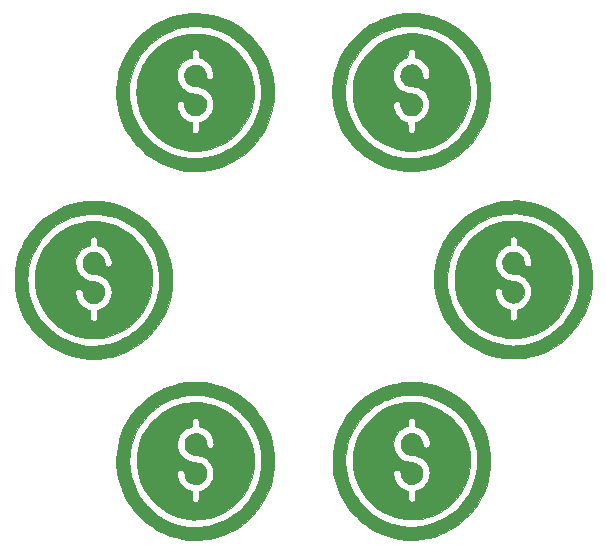
<source format=gbr>
G04 #@! TF.GenerationSoftware,KiCad,Pcbnew,5.1.5+dfsg1-2build2*
G04 #@! TF.CreationDate,2021-04-12T21:13:24-04:00*
G04 #@! TF.ProjectId,gold_tile,676f6c64-5f74-4696-9c65-2e6b69636164,rev?*
G04 #@! TF.SameCoordinates,Original*
G04 #@! TF.FileFunction,Soldermask,Top*
G04 #@! TF.FilePolarity,Negative*
%FSLAX46Y46*%
G04 Gerber Fmt 4.6, Leading zero omitted, Abs format (unit mm)*
G04 Created by KiCad (PCBNEW 5.1.5+dfsg1-2build2) date 2021-04-12 21:13:24*
%MOMM*%
%LPD*%
G04 APERTURE LIST*
%ADD10C,0.010000*%
G04 APERTURE END LIST*
D10*
G36*
X-8412124Y-9207709D02*
G01*
X-7907151Y-9282230D01*
X-7412029Y-9394386D01*
X-6928684Y-9543236D01*
X-6459046Y-9727843D01*
X-6005041Y-9947265D01*
X-5568598Y-10200564D01*
X-5151644Y-10486800D01*
X-4756108Y-10805032D01*
X-4383917Y-11154323D01*
X-4036999Y-11533731D01*
X-3717282Y-11942318D01*
X-3426694Y-12379144D01*
X-3167163Y-12843269D01*
X-3146076Y-12884987D01*
X-2934609Y-13353636D01*
X-2761478Y-13837529D01*
X-2626810Y-14333681D01*
X-2530733Y-14839108D01*
X-2473375Y-15350825D01*
X-2454863Y-15865846D01*
X-2475326Y-16381188D01*
X-2534891Y-16893865D01*
X-2633686Y-17400892D01*
X-2771838Y-17899285D01*
X-2914248Y-18298584D01*
X-3128687Y-18785628D01*
X-3378918Y-19250924D01*
X-3663517Y-19692896D01*
X-3981059Y-20109970D01*
X-4330121Y-20500574D01*
X-4709277Y-20863132D01*
X-5117105Y-21196071D01*
X-5552178Y-21497818D01*
X-6013074Y-21766798D01*
X-6088681Y-21806463D01*
X-6553118Y-22024319D01*
X-7030477Y-22204097D01*
X-7524343Y-22346939D01*
X-8038302Y-22453985D01*
X-8207907Y-22480912D01*
X-8341353Y-22496631D01*
X-8507003Y-22510004D01*
X-8695394Y-22520793D01*
X-8897067Y-22528762D01*
X-9102560Y-22533675D01*
X-9302413Y-22535294D01*
X-9487164Y-22533384D01*
X-9647352Y-22527706D01*
X-9757833Y-22519673D01*
X-10290604Y-22445929D01*
X-10810700Y-22332347D01*
X-11316453Y-22179731D01*
X-11806194Y-21988882D01*
X-12278254Y-21760605D01*
X-12730966Y-21495702D01*
X-13162660Y-21194976D01*
X-13571668Y-20859230D01*
X-13938250Y-20507991D01*
X-14294565Y-20110176D01*
X-14616981Y-19687678D01*
X-14904331Y-19242312D01*
X-15155446Y-18775893D01*
X-15369160Y-18290237D01*
X-15376710Y-18270961D01*
X-15546359Y-17778007D01*
X-15676261Y-17273208D01*
X-15766279Y-16759658D01*
X-15816275Y-16240446D01*
X-15823415Y-15861784D01*
X-14721347Y-15861784D01*
X-14718679Y-16077173D01*
X-14711038Y-16281568D01*
X-14698425Y-16464360D01*
X-14682294Y-16605250D01*
X-14589762Y-17094327D01*
X-14458688Y-17566882D01*
X-14289671Y-18021713D01*
X-14083308Y-18457619D01*
X-13840197Y-18873401D01*
X-13560936Y-19267856D01*
X-13246122Y-19639785D01*
X-13091583Y-19800922D01*
X-12732427Y-20131780D01*
X-12349789Y-20427779D01*
X-11945323Y-20688119D01*
X-11520685Y-20912004D01*
X-11077528Y-21098637D01*
X-10617507Y-21247219D01*
X-10142276Y-21356953D01*
X-9736666Y-21418051D01*
X-9611923Y-21428386D01*
X-9455725Y-21435140D01*
X-9278795Y-21438383D01*
X-9091852Y-21438184D01*
X-8905619Y-21434615D01*
X-8730816Y-21427743D01*
X-8578166Y-21417640D01*
X-8501222Y-21410004D01*
X-8018390Y-21332613D01*
X-7549040Y-21215385D01*
X-7094792Y-21059119D01*
X-6657265Y-20864614D01*
X-6238077Y-20632671D01*
X-5838847Y-20364087D01*
X-5461195Y-20059664D01*
X-5131679Y-19746031D01*
X-4852909Y-19439724D01*
X-4607335Y-19126967D01*
X-4387429Y-18797112D01*
X-4185659Y-18439513D01*
X-4129293Y-18328758D01*
X-3933524Y-17889282D01*
X-3778056Y-17440602D01*
X-3662476Y-16985109D01*
X-3586370Y-16525191D01*
X-3549324Y-16063238D01*
X-3550926Y-15601639D01*
X-3590760Y-15142782D01*
X-3668414Y-14689057D01*
X-3783473Y-14242852D01*
X-3935525Y-13806558D01*
X-4124154Y-13382562D01*
X-4348948Y-12973255D01*
X-4609493Y-12581024D01*
X-4905374Y-12208260D01*
X-5236179Y-11857351D01*
X-5252754Y-11841267D01*
X-5618811Y-11515264D01*
X-6003830Y-11226701D01*
X-6408505Y-10975241D01*
X-6833531Y-10760546D01*
X-7279603Y-10582279D01*
X-7747415Y-10440101D01*
X-8237663Y-10333675D01*
X-8413750Y-10304948D01*
X-8528962Y-10292381D01*
X-8677474Y-10283272D01*
X-8850398Y-10277558D01*
X-9038849Y-10275176D01*
X-9233938Y-10276062D01*
X-9426778Y-10280151D01*
X-9608484Y-10287380D01*
X-9770168Y-10297687D01*
X-9902942Y-10311006D01*
X-9937750Y-10315875D01*
X-10118494Y-10347825D01*
X-10319799Y-10390636D01*
X-10528586Y-10441013D01*
X-10731774Y-10495660D01*
X-10916286Y-10551282D01*
X-11039796Y-10593579D01*
X-11188658Y-10652694D01*
X-11360177Y-10727910D01*
X-11542845Y-10813602D01*
X-11725151Y-10904146D01*
X-11895588Y-10993915D01*
X-12042647Y-11077286D01*
X-12095470Y-11109542D01*
X-12497060Y-11386477D01*
X-12869773Y-11693600D01*
X-13212419Y-12029073D01*
X-13523808Y-12391058D01*
X-13802749Y-12777719D01*
X-14048052Y-13187218D01*
X-14258527Y-13617718D01*
X-14432984Y-14067380D01*
X-14570231Y-14534369D01*
X-14669079Y-15016846D01*
X-14682294Y-15102417D01*
X-14699516Y-15255716D01*
X-14711766Y-15440448D01*
X-14719043Y-15646006D01*
X-14721347Y-15861784D01*
X-15823415Y-15861784D01*
X-15826114Y-15718666D01*
X-15795657Y-15197408D01*
X-15724769Y-14679765D01*
X-15613313Y-14168828D01*
X-15565821Y-13996042D01*
X-15417070Y-13549689D01*
X-15230519Y-13103124D01*
X-15010016Y-12663712D01*
X-14759411Y-12238820D01*
X-14482552Y-11835816D01*
X-14341114Y-11651873D01*
X-14137337Y-11413331D01*
X-13902746Y-11167865D01*
X-13646086Y-10923624D01*
X-13376103Y-10688759D01*
X-13101540Y-10471417D01*
X-12975166Y-10378896D01*
X-12596400Y-10131320D01*
X-12187837Y-9905381D01*
X-11758027Y-9704776D01*
X-11315519Y-9533203D01*
X-10868862Y-9394361D01*
X-10491958Y-9304766D01*
X-9966863Y-9219352D01*
X-9443908Y-9175331D01*
X-8925018Y-9171763D01*
X-8412124Y-9207709D01*
G37*
X-8412124Y-9207709D02*
X-7907151Y-9282230D01*
X-7412029Y-9394386D01*
X-6928684Y-9543236D01*
X-6459046Y-9727843D01*
X-6005041Y-9947265D01*
X-5568598Y-10200564D01*
X-5151644Y-10486800D01*
X-4756108Y-10805032D01*
X-4383917Y-11154323D01*
X-4036999Y-11533731D01*
X-3717282Y-11942318D01*
X-3426694Y-12379144D01*
X-3167163Y-12843269D01*
X-3146076Y-12884987D01*
X-2934609Y-13353636D01*
X-2761478Y-13837529D01*
X-2626810Y-14333681D01*
X-2530733Y-14839108D01*
X-2473375Y-15350825D01*
X-2454863Y-15865846D01*
X-2475326Y-16381188D01*
X-2534891Y-16893865D01*
X-2633686Y-17400892D01*
X-2771838Y-17899285D01*
X-2914248Y-18298584D01*
X-3128687Y-18785628D01*
X-3378918Y-19250924D01*
X-3663517Y-19692896D01*
X-3981059Y-20109970D01*
X-4330121Y-20500574D01*
X-4709277Y-20863132D01*
X-5117105Y-21196071D01*
X-5552178Y-21497818D01*
X-6013074Y-21766798D01*
X-6088681Y-21806463D01*
X-6553118Y-22024319D01*
X-7030477Y-22204097D01*
X-7524343Y-22346939D01*
X-8038302Y-22453985D01*
X-8207907Y-22480912D01*
X-8341353Y-22496631D01*
X-8507003Y-22510004D01*
X-8695394Y-22520793D01*
X-8897067Y-22528762D01*
X-9102560Y-22533675D01*
X-9302413Y-22535294D01*
X-9487164Y-22533384D01*
X-9647352Y-22527706D01*
X-9757833Y-22519673D01*
X-10290604Y-22445929D01*
X-10810700Y-22332347D01*
X-11316453Y-22179731D01*
X-11806194Y-21988882D01*
X-12278254Y-21760605D01*
X-12730966Y-21495702D01*
X-13162660Y-21194976D01*
X-13571668Y-20859230D01*
X-13938250Y-20507991D01*
X-14294565Y-20110176D01*
X-14616981Y-19687678D01*
X-14904331Y-19242312D01*
X-15155446Y-18775893D01*
X-15369160Y-18290237D01*
X-15376710Y-18270961D01*
X-15546359Y-17778007D01*
X-15676261Y-17273208D01*
X-15766279Y-16759658D01*
X-15816275Y-16240446D01*
X-15823415Y-15861784D01*
X-14721347Y-15861784D01*
X-14718679Y-16077173D01*
X-14711038Y-16281568D01*
X-14698425Y-16464360D01*
X-14682294Y-16605250D01*
X-14589762Y-17094327D01*
X-14458688Y-17566882D01*
X-14289671Y-18021713D01*
X-14083308Y-18457619D01*
X-13840197Y-18873401D01*
X-13560936Y-19267856D01*
X-13246122Y-19639785D01*
X-13091583Y-19800922D01*
X-12732427Y-20131780D01*
X-12349789Y-20427779D01*
X-11945323Y-20688119D01*
X-11520685Y-20912004D01*
X-11077528Y-21098637D01*
X-10617507Y-21247219D01*
X-10142276Y-21356953D01*
X-9736666Y-21418051D01*
X-9611923Y-21428386D01*
X-9455725Y-21435140D01*
X-9278795Y-21438383D01*
X-9091852Y-21438184D01*
X-8905619Y-21434615D01*
X-8730816Y-21427743D01*
X-8578166Y-21417640D01*
X-8501222Y-21410004D01*
X-8018390Y-21332613D01*
X-7549040Y-21215385D01*
X-7094792Y-21059119D01*
X-6657265Y-20864614D01*
X-6238077Y-20632671D01*
X-5838847Y-20364087D01*
X-5461195Y-20059664D01*
X-5131679Y-19746031D01*
X-4852909Y-19439724D01*
X-4607335Y-19126967D01*
X-4387429Y-18797112D01*
X-4185659Y-18439513D01*
X-4129293Y-18328758D01*
X-3933524Y-17889282D01*
X-3778056Y-17440602D01*
X-3662476Y-16985109D01*
X-3586370Y-16525191D01*
X-3549324Y-16063238D01*
X-3550926Y-15601639D01*
X-3590760Y-15142782D01*
X-3668414Y-14689057D01*
X-3783473Y-14242852D01*
X-3935525Y-13806558D01*
X-4124154Y-13382562D01*
X-4348948Y-12973255D01*
X-4609493Y-12581024D01*
X-4905374Y-12208260D01*
X-5236179Y-11857351D01*
X-5252754Y-11841267D01*
X-5618811Y-11515264D01*
X-6003830Y-11226701D01*
X-6408505Y-10975241D01*
X-6833531Y-10760546D01*
X-7279603Y-10582279D01*
X-7747415Y-10440101D01*
X-8237663Y-10333675D01*
X-8413750Y-10304948D01*
X-8528962Y-10292381D01*
X-8677474Y-10283272D01*
X-8850398Y-10277558D01*
X-9038849Y-10275176D01*
X-9233938Y-10276062D01*
X-9426778Y-10280151D01*
X-9608484Y-10287380D01*
X-9770168Y-10297687D01*
X-9902942Y-10311006D01*
X-9937750Y-10315875D01*
X-10118494Y-10347825D01*
X-10319799Y-10390636D01*
X-10528586Y-10441013D01*
X-10731774Y-10495660D01*
X-10916286Y-10551282D01*
X-11039796Y-10593579D01*
X-11188658Y-10652694D01*
X-11360177Y-10727910D01*
X-11542845Y-10813602D01*
X-11725151Y-10904146D01*
X-11895588Y-10993915D01*
X-12042647Y-11077286D01*
X-12095470Y-11109542D01*
X-12497060Y-11386477D01*
X-12869773Y-11693600D01*
X-13212419Y-12029073D01*
X-13523808Y-12391058D01*
X-13802749Y-12777719D01*
X-14048052Y-13187218D01*
X-14258527Y-13617718D01*
X-14432984Y-14067380D01*
X-14570231Y-14534369D01*
X-14669079Y-15016846D01*
X-14682294Y-15102417D01*
X-14699516Y-15255716D01*
X-14711766Y-15440448D01*
X-14719043Y-15646006D01*
X-14721347Y-15861784D01*
X-15823415Y-15861784D01*
X-15826114Y-15718666D01*
X-15795657Y-15197408D01*
X-15724769Y-14679765D01*
X-15613313Y-14168828D01*
X-15565821Y-13996042D01*
X-15417070Y-13549689D01*
X-15230519Y-13103124D01*
X-15010016Y-12663712D01*
X-14759411Y-12238820D01*
X-14482552Y-11835816D01*
X-14341114Y-11651873D01*
X-14137337Y-11413331D01*
X-13902746Y-11167865D01*
X-13646086Y-10923624D01*
X-13376103Y-10688759D01*
X-13101540Y-10471417D01*
X-12975166Y-10378896D01*
X-12596400Y-10131320D01*
X-12187837Y-9905381D01*
X-11758027Y-9704776D01*
X-11315519Y-9533203D01*
X-10868862Y-9394361D01*
X-10491958Y-9304766D01*
X-9966863Y-9219352D01*
X-9443908Y-9175331D01*
X-8925018Y-9171763D01*
X-8412124Y-9207709D01*
G36*
X9442580Y-9169686D02*
G01*
X9650992Y-9177312D01*
X9832614Y-9190181D01*
X9884834Y-9195589D01*
X10335875Y-9259926D01*
X10761762Y-9348691D01*
X11172888Y-9464944D01*
X11579644Y-9611741D01*
X11992423Y-9792142D01*
X12117917Y-9852746D01*
X12586391Y-10106853D01*
X13029744Y-10394556D01*
X13446597Y-10714489D01*
X13835573Y-11065284D01*
X14195296Y-11445573D01*
X14524387Y-11853991D01*
X14821470Y-12289170D01*
X15085167Y-12749742D01*
X15135475Y-12848167D01*
X15352465Y-13327567D01*
X15529698Y-13818250D01*
X15667309Y-14317829D01*
X15765438Y-14823917D01*
X15824220Y-15334127D01*
X15843793Y-15846070D01*
X15824294Y-16357360D01*
X15765860Y-16865609D01*
X15668628Y-17368429D01*
X15532734Y-17863434D01*
X15358317Y-18348235D01*
X15145512Y-18820446D01*
X14894458Y-19277679D01*
X14753534Y-19501600D01*
X14442336Y-19937109D01*
X14101054Y-20343626D01*
X13731084Y-20719896D01*
X13333822Y-21064665D01*
X12910666Y-21376675D01*
X12463011Y-21654672D01*
X12202481Y-21794854D01*
X11808326Y-21982465D01*
X11422159Y-22137998D01*
X11030798Y-22266034D01*
X10621060Y-22371154D01*
X10424214Y-22412791D01*
X10155087Y-22457931D01*
X9858314Y-22493073D01*
X9547588Y-22517338D01*
X9236604Y-22529846D01*
X8939053Y-22529716D01*
X8737875Y-22521116D01*
X8210274Y-22466318D01*
X7691924Y-22370756D01*
X7184948Y-22235369D01*
X6691470Y-22061099D01*
X6213612Y-21848885D01*
X5753498Y-21599667D01*
X5313250Y-21314387D01*
X4894993Y-20993983D01*
X4510800Y-20649068D01*
X4137987Y-20258912D01*
X3801229Y-19846699D01*
X3500891Y-19413133D01*
X3237334Y-18958918D01*
X3010923Y-18484759D01*
X2822020Y-17991361D01*
X2670988Y-17479429D01*
X2558190Y-16949668D01*
X2536378Y-16816917D01*
X2518739Y-16674845D01*
X2503963Y-16500187D01*
X2492298Y-16302607D01*
X2483990Y-16091771D01*
X2482982Y-16045766D01*
X3569761Y-16045766D01*
X3607078Y-16520232D01*
X3684612Y-16988534D01*
X3801925Y-17448323D01*
X3958579Y-17897248D01*
X4154138Y-18332960D01*
X4388164Y-18753107D01*
X4510093Y-18942706D01*
X4798967Y-19335450D01*
X5117819Y-19699485D01*
X5464575Y-20033315D01*
X5837163Y-20335445D01*
X6233509Y-20604378D01*
X6651539Y-20838618D01*
X7089180Y-21036669D01*
X7544358Y-21197035D01*
X7694654Y-21240498D01*
X7968284Y-21306802D01*
X8262830Y-21362797D01*
X8557387Y-21404760D01*
X8699500Y-21419437D01*
X8869332Y-21429289D01*
X9068086Y-21432396D01*
X9282962Y-21429177D01*
X9501158Y-21420051D01*
X9709874Y-21405437D01*
X9896310Y-21385753D01*
X9948334Y-21378576D01*
X10364768Y-21302740D01*
X10759291Y-21200086D01*
X11143993Y-21066848D01*
X11530960Y-20899263D01*
X11609917Y-20861181D01*
X12041098Y-20626889D01*
X12446042Y-20359735D01*
X12823839Y-20060428D01*
X13173576Y-19729678D01*
X13433671Y-19441584D01*
X13730258Y-19056786D01*
X13990359Y-18652006D01*
X14213353Y-18229595D01*
X14398615Y-17791905D01*
X14545522Y-17341286D01*
X14653452Y-16880090D01*
X14721781Y-16410667D01*
X14749885Y-15935370D01*
X14737143Y-15456548D01*
X14682930Y-14976553D01*
X14657170Y-14825522D01*
X14550211Y-14359678D01*
X14405201Y-13909695D01*
X14224003Y-13477320D01*
X14008478Y-13064300D01*
X13760488Y-12672382D01*
X13481892Y-12303312D01*
X13174554Y-11958837D01*
X12840333Y-11640704D01*
X12481092Y-11350660D01*
X12098692Y-11090450D01*
X11694993Y-10861822D01*
X11271858Y-10666523D01*
X10831147Y-10506299D01*
X10374722Y-10382897D01*
X9904444Y-10298064D01*
X9821334Y-10287371D01*
X9362976Y-10252479D01*
X8896738Y-10256812D01*
X8428745Y-10299645D01*
X7965124Y-10380255D01*
X7512002Y-10497918D01*
X7225455Y-10594128D01*
X7061616Y-10659703D01*
X6875468Y-10743076D01*
X6678699Y-10838334D01*
X6482996Y-10939559D01*
X6300045Y-11040836D01*
X6141534Y-11136249D01*
X6096000Y-11165827D01*
X5702688Y-11451953D01*
X5337540Y-11767579D01*
X5002136Y-12110434D01*
X4698055Y-12478244D01*
X4426877Y-12868736D01*
X4190180Y-13279639D01*
X3989544Y-13708679D01*
X3826548Y-14153584D01*
X3703484Y-14608892D01*
X3617527Y-15087746D01*
X3573098Y-15567487D01*
X3569761Y-16045766D01*
X2482982Y-16045766D01*
X2479288Y-15877346D01*
X2478440Y-15668996D01*
X2481692Y-15476387D01*
X2489293Y-15309185D01*
X2495689Y-15228719D01*
X2567599Y-14699092D01*
X2679349Y-14181363D01*
X2830030Y-13677424D01*
X3018733Y-13189167D01*
X3244551Y-12718484D01*
X3506575Y-12267268D01*
X3803897Y-11837409D01*
X4135609Y-11430801D01*
X4500801Y-11049334D01*
X4503232Y-11046990D01*
X4907421Y-10685524D01*
X5331017Y-10361680D01*
X5773963Y-10075486D01*
X6236204Y-9826969D01*
X6717687Y-9616156D01*
X7218354Y-9443074D01*
X7738152Y-9307751D01*
X8180917Y-9224622D01*
X8343291Y-9204318D01*
X8537956Y-9188249D01*
X8755064Y-9176584D01*
X8984768Y-9169490D01*
X9217223Y-9167135D01*
X9442580Y-9169686D01*
G37*
X9442580Y-9169686D02*
X9650992Y-9177312D01*
X9832614Y-9190181D01*
X9884834Y-9195589D01*
X10335875Y-9259926D01*
X10761762Y-9348691D01*
X11172888Y-9464944D01*
X11579644Y-9611741D01*
X11992423Y-9792142D01*
X12117917Y-9852746D01*
X12586391Y-10106853D01*
X13029744Y-10394556D01*
X13446597Y-10714489D01*
X13835573Y-11065284D01*
X14195296Y-11445573D01*
X14524387Y-11853991D01*
X14821470Y-12289170D01*
X15085167Y-12749742D01*
X15135475Y-12848167D01*
X15352465Y-13327567D01*
X15529698Y-13818250D01*
X15667309Y-14317829D01*
X15765438Y-14823917D01*
X15824220Y-15334127D01*
X15843793Y-15846070D01*
X15824294Y-16357360D01*
X15765860Y-16865609D01*
X15668628Y-17368429D01*
X15532734Y-17863434D01*
X15358317Y-18348235D01*
X15145512Y-18820446D01*
X14894458Y-19277679D01*
X14753534Y-19501600D01*
X14442336Y-19937109D01*
X14101054Y-20343626D01*
X13731084Y-20719896D01*
X13333822Y-21064665D01*
X12910666Y-21376675D01*
X12463011Y-21654672D01*
X12202481Y-21794854D01*
X11808326Y-21982465D01*
X11422159Y-22137998D01*
X11030798Y-22266034D01*
X10621060Y-22371154D01*
X10424214Y-22412791D01*
X10155087Y-22457931D01*
X9858314Y-22493073D01*
X9547588Y-22517338D01*
X9236604Y-22529846D01*
X8939053Y-22529716D01*
X8737875Y-22521116D01*
X8210274Y-22466318D01*
X7691924Y-22370756D01*
X7184948Y-22235369D01*
X6691470Y-22061099D01*
X6213612Y-21848885D01*
X5753498Y-21599667D01*
X5313250Y-21314387D01*
X4894993Y-20993983D01*
X4510800Y-20649068D01*
X4137987Y-20258912D01*
X3801229Y-19846699D01*
X3500891Y-19413133D01*
X3237334Y-18958918D01*
X3010923Y-18484759D01*
X2822020Y-17991361D01*
X2670988Y-17479429D01*
X2558190Y-16949668D01*
X2536378Y-16816917D01*
X2518739Y-16674845D01*
X2503963Y-16500187D01*
X2492298Y-16302607D01*
X2483990Y-16091771D01*
X2482982Y-16045766D01*
X3569761Y-16045766D01*
X3607078Y-16520232D01*
X3684612Y-16988534D01*
X3801925Y-17448323D01*
X3958579Y-17897248D01*
X4154138Y-18332960D01*
X4388164Y-18753107D01*
X4510093Y-18942706D01*
X4798967Y-19335450D01*
X5117819Y-19699485D01*
X5464575Y-20033315D01*
X5837163Y-20335445D01*
X6233509Y-20604378D01*
X6651539Y-20838618D01*
X7089180Y-21036669D01*
X7544358Y-21197035D01*
X7694654Y-21240498D01*
X7968284Y-21306802D01*
X8262830Y-21362797D01*
X8557387Y-21404760D01*
X8699500Y-21419437D01*
X8869332Y-21429289D01*
X9068086Y-21432396D01*
X9282962Y-21429177D01*
X9501158Y-21420051D01*
X9709874Y-21405437D01*
X9896310Y-21385753D01*
X9948334Y-21378576D01*
X10364768Y-21302740D01*
X10759291Y-21200086D01*
X11143993Y-21066848D01*
X11530960Y-20899263D01*
X11609917Y-20861181D01*
X12041098Y-20626889D01*
X12446042Y-20359735D01*
X12823839Y-20060428D01*
X13173576Y-19729678D01*
X13433671Y-19441584D01*
X13730258Y-19056786D01*
X13990359Y-18652006D01*
X14213353Y-18229595D01*
X14398615Y-17791905D01*
X14545522Y-17341286D01*
X14653452Y-16880090D01*
X14721781Y-16410667D01*
X14749885Y-15935370D01*
X14737143Y-15456548D01*
X14682930Y-14976553D01*
X14657170Y-14825522D01*
X14550211Y-14359678D01*
X14405201Y-13909695D01*
X14224003Y-13477320D01*
X14008478Y-13064300D01*
X13760488Y-12672382D01*
X13481892Y-12303312D01*
X13174554Y-11958837D01*
X12840333Y-11640704D01*
X12481092Y-11350660D01*
X12098692Y-11090450D01*
X11694993Y-10861822D01*
X11271858Y-10666523D01*
X10831147Y-10506299D01*
X10374722Y-10382897D01*
X9904444Y-10298064D01*
X9821334Y-10287371D01*
X9362976Y-10252479D01*
X8896738Y-10256812D01*
X8428745Y-10299645D01*
X7965124Y-10380255D01*
X7512002Y-10497918D01*
X7225455Y-10594128D01*
X7061616Y-10659703D01*
X6875468Y-10743076D01*
X6678699Y-10838334D01*
X6482996Y-10939559D01*
X6300045Y-11040836D01*
X6141534Y-11136249D01*
X6096000Y-11165827D01*
X5702688Y-11451953D01*
X5337540Y-11767579D01*
X5002136Y-12110434D01*
X4698055Y-12478244D01*
X4426877Y-12868736D01*
X4190180Y-13279639D01*
X3989544Y-13708679D01*
X3826548Y-14153584D01*
X3703484Y-14608892D01*
X3617527Y-15087746D01*
X3573098Y-15567487D01*
X3569761Y-16045766D01*
X2482982Y-16045766D01*
X2479288Y-15877346D01*
X2478440Y-15668996D01*
X2481692Y-15476387D01*
X2489293Y-15309185D01*
X2495689Y-15228719D01*
X2567599Y-14699092D01*
X2679349Y-14181363D01*
X2830030Y-13677424D01*
X3018733Y-13189167D01*
X3244551Y-12718484D01*
X3506575Y-12267268D01*
X3803897Y-11837409D01*
X4135609Y-11430801D01*
X4500801Y-11049334D01*
X4503232Y-11046990D01*
X4907421Y-10685524D01*
X5331017Y-10361680D01*
X5773963Y-10075486D01*
X6236204Y-9826969D01*
X6717687Y-9616156D01*
X7218354Y-9443074D01*
X7738152Y-9307751D01*
X8180917Y-9224622D01*
X8343291Y-9204318D01*
X8537956Y-9188249D01*
X8755064Y-9176584D01*
X8984768Y-9169490D01*
X9217223Y-9167135D01*
X9442580Y-9169686D01*
G36*
X-17543020Y6161663D02*
G01*
X-17335033Y6154653D01*
X-17142888Y6141556D01*
X-16953436Y6121343D01*
X-16753527Y6092980D01*
X-16637000Y6073981D01*
X-16127866Y5966655D01*
X-15628482Y5819032D01*
X-15141889Y5632604D01*
X-14671129Y5408862D01*
X-14219244Y5149299D01*
X-13789275Y4855406D01*
X-13384263Y4528676D01*
X-13260916Y4417882D01*
X-12898091Y4060409D01*
X-12572948Y3690583D01*
X-12281409Y3302972D01*
X-12019392Y2892142D01*
X-11782817Y2452661D01*
X-11778912Y2444750D01*
X-11576971Y2001732D01*
X-11412476Y1565636D01*
X-11283293Y1128372D01*
X-11187286Y681849D01*
X-11122320Y217979D01*
X-11092027Y-157486D01*
X-11083322Y-674626D01*
X-11115681Y-1191066D01*
X-11188157Y-1703629D01*
X-11299805Y-2209138D01*
X-11449679Y-2704419D01*
X-11636832Y-3186295D01*
X-11860319Y-3651589D01*
X-12119193Y-4097125D01*
X-12377291Y-4472716D01*
X-12710256Y-4887296D01*
X-13071351Y-5272231D01*
X-13458467Y-5626173D01*
X-13869492Y-5947777D01*
X-14302315Y-6235698D01*
X-14754825Y-6488589D01*
X-15224910Y-6705104D01*
X-15710460Y-6883898D01*
X-16209363Y-7023626D01*
X-16465490Y-7078871D01*
X-16906606Y-7149486D01*
X-17352915Y-7190022D01*
X-17814511Y-7201187D01*
X-18108083Y-7193870D01*
X-18621731Y-7151436D01*
X-19126331Y-7068718D01*
X-19619957Y-6947165D01*
X-20100682Y-6788223D01*
X-20566581Y-6593340D01*
X-21015727Y-6363961D01*
X-21446195Y-6101534D01*
X-21856058Y-5807506D01*
X-22243391Y-5483324D01*
X-22606267Y-5130436D01*
X-22942759Y-4750287D01*
X-23250943Y-4344325D01*
X-23528892Y-3913997D01*
X-23774680Y-3460750D01*
X-23986381Y-2986032D01*
X-24094520Y-2696452D01*
X-24236256Y-2233713D01*
X-24341350Y-1765252D01*
X-24410747Y-1285279D01*
X-24445393Y-788006D01*
X-24449989Y-518584D01*
X-24448820Y-454789D01*
X-23360444Y-454789D01*
X-23345370Y-925571D01*
X-23290694Y-1392913D01*
X-23196724Y-1854206D01*
X-23063768Y-2306840D01*
X-22892135Y-2748205D01*
X-22682133Y-3175691D01*
X-22434072Y-3586690D01*
X-22426315Y-3598334D01*
X-22276326Y-3815288D01*
X-22132334Y-4006177D01*
X-21983798Y-4183902D01*
X-21820176Y-4361366D01*
X-21717152Y-4466319D01*
X-21356395Y-4797744D01*
X-20972919Y-5093742D01*
X-20568167Y-5353648D01*
X-20143578Y-5576797D01*
X-19700595Y-5762524D01*
X-19240659Y-5910164D01*
X-18765212Y-6019052D01*
X-18275694Y-6088523D01*
X-18182166Y-6097132D01*
X-18040921Y-6104730D01*
X-17869716Y-6107164D01*
X-17680562Y-6104798D01*
X-17485473Y-6097993D01*
X-17296458Y-6087112D01*
X-17125530Y-6072517D01*
X-17041049Y-6062708D01*
X-16572730Y-5980210D01*
X-16111857Y-5856926D01*
X-15661522Y-5694177D01*
X-15224818Y-5493288D01*
X-14804835Y-5255580D01*
X-14404666Y-4982375D01*
X-14266333Y-4875811D01*
X-14153783Y-4780902D01*
X-14023083Y-4661857D01*
X-13882877Y-4527316D01*
X-13741812Y-4385917D01*
X-13608533Y-4246299D01*
X-13491685Y-4117101D01*
X-13411533Y-4021667D01*
X-13150255Y-3664667D01*
X-12913369Y-3280563D01*
X-12704838Y-2877279D01*
X-12528624Y-2462740D01*
X-12388691Y-2044869D01*
X-12347888Y-1894866D01*
X-12249006Y-1423010D01*
X-12191570Y-949373D01*
X-12174896Y-476331D01*
X-12198302Y-6254D01*
X-12261103Y458483D01*
X-12362616Y915508D01*
X-12502158Y1362447D01*
X-12679046Y1796927D01*
X-12892595Y2216576D01*
X-13142124Y2619021D01*
X-13426948Y3001888D01*
X-13746384Y3362804D01*
X-13908496Y3524382D01*
X-14270184Y3841994D01*
X-14654712Y4125148D01*
X-15059528Y4373065D01*
X-15482082Y4584965D01*
X-15919821Y4760068D01*
X-16370196Y4897592D01*
X-16830655Y4996759D01*
X-17298647Y5056788D01*
X-17771622Y5076898D01*
X-18247028Y5056311D01*
X-18717459Y4995093D01*
X-19173693Y4894652D01*
X-19624656Y4754092D01*
X-20065461Y4575622D01*
X-20491218Y4361455D01*
X-20897038Y4113802D01*
X-21272500Y3839300D01*
X-21385883Y3743361D01*
X-21517343Y3623365D01*
X-21658163Y3488028D01*
X-21799623Y3346068D01*
X-21933008Y3206201D01*
X-22049598Y3077146D01*
X-22127357Y2984500D01*
X-22312768Y2735116D01*
X-22494809Y2457636D01*
X-22666856Y2163759D01*
X-22822288Y1865182D01*
X-22954479Y1573604D01*
X-23018539Y1410545D01*
X-23164962Y952100D01*
X-23270548Y486657D01*
X-23335606Y16824D01*
X-23360444Y-454789D01*
X-24448820Y-454789D01*
X-24443910Y-187101D01*
X-24424657Y119443D01*
X-24390708Y416811D01*
X-24340539Y720762D01*
X-24320103Y825500D01*
X-24196925Y1330806D01*
X-24035392Y1820765D01*
X-23837232Y2293650D01*
X-23604172Y2747732D01*
X-23337941Y3181283D01*
X-23040267Y3592576D01*
X-22712877Y3979883D01*
X-22357499Y4341476D01*
X-21975861Y4675627D01*
X-21569692Y4980609D01*
X-21140717Y5254693D01*
X-20690667Y5496152D01*
X-20221268Y5703258D01*
X-19734248Y5874283D01*
X-19231335Y6007499D01*
X-19112749Y6032783D01*
X-18835005Y6084423D01*
X-18573788Y6121853D01*
X-18314125Y6146544D01*
X-18041040Y6159964D01*
X-17780000Y6163617D01*
X-17543020Y6161663D01*
G37*
X-17543020Y6161663D02*
X-17335033Y6154653D01*
X-17142888Y6141556D01*
X-16953436Y6121343D01*
X-16753527Y6092980D01*
X-16637000Y6073981D01*
X-16127866Y5966655D01*
X-15628482Y5819032D01*
X-15141889Y5632604D01*
X-14671129Y5408862D01*
X-14219244Y5149299D01*
X-13789275Y4855406D01*
X-13384263Y4528676D01*
X-13260916Y4417882D01*
X-12898091Y4060409D01*
X-12572948Y3690583D01*
X-12281409Y3302972D01*
X-12019392Y2892142D01*
X-11782817Y2452661D01*
X-11778912Y2444750D01*
X-11576971Y2001732D01*
X-11412476Y1565636D01*
X-11283293Y1128372D01*
X-11187286Y681849D01*
X-11122320Y217979D01*
X-11092027Y-157486D01*
X-11083322Y-674626D01*
X-11115681Y-1191066D01*
X-11188157Y-1703629D01*
X-11299805Y-2209138D01*
X-11449679Y-2704419D01*
X-11636832Y-3186295D01*
X-11860319Y-3651589D01*
X-12119193Y-4097125D01*
X-12377291Y-4472716D01*
X-12710256Y-4887296D01*
X-13071351Y-5272231D01*
X-13458467Y-5626173D01*
X-13869492Y-5947777D01*
X-14302315Y-6235698D01*
X-14754825Y-6488589D01*
X-15224910Y-6705104D01*
X-15710460Y-6883898D01*
X-16209363Y-7023626D01*
X-16465490Y-7078871D01*
X-16906606Y-7149486D01*
X-17352915Y-7190022D01*
X-17814511Y-7201187D01*
X-18108083Y-7193870D01*
X-18621731Y-7151436D01*
X-19126331Y-7068718D01*
X-19619957Y-6947165D01*
X-20100682Y-6788223D01*
X-20566581Y-6593340D01*
X-21015727Y-6363961D01*
X-21446195Y-6101534D01*
X-21856058Y-5807506D01*
X-22243391Y-5483324D01*
X-22606267Y-5130436D01*
X-22942759Y-4750287D01*
X-23250943Y-4344325D01*
X-23528892Y-3913997D01*
X-23774680Y-3460750D01*
X-23986381Y-2986032D01*
X-24094520Y-2696452D01*
X-24236256Y-2233713D01*
X-24341350Y-1765252D01*
X-24410747Y-1285279D01*
X-24445393Y-788006D01*
X-24449989Y-518584D01*
X-24448820Y-454789D01*
X-23360444Y-454789D01*
X-23345370Y-925571D01*
X-23290694Y-1392913D01*
X-23196724Y-1854206D01*
X-23063768Y-2306840D01*
X-22892135Y-2748205D01*
X-22682133Y-3175691D01*
X-22434072Y-3586690D01*
X-22426315Y-3598334D01*
X-22276326Y-3815288D01*
X-22132334Y-4006177D01*
X-21983798Y-4183902D01*
X-21820176Y-4361366D01*
X-21717152Y-4466319D01*
X-21356395Y-4797744D01*
X-20972919Y-5093742D01*
X-20568167Y-5353648D01*
X-20143578Y-5576797D01*
X-19700595Y-5762524D01*
X-19240659Y-5910164D01*
X-18765212Y-6019052D01*
X-18275694Y-6088523D01*
X-18182166Y-6097132D01*
X-18040921Y-6104730D01*
X-17869716Y-6107164D01*
X-17680562Y-6104798D01*
X-17485473Y-6097993D01*
X-17296458Y-6087112D01*
X-17125530Y-6072517D01*
X-17041049Y-6062708D01*
X-16572730Y-5980210D01*
X-16111857Y-5856926D01*
X-15661522Y-5694177D01*
X-15224818Y-5493288D01*
X-14804835Y-5255580D01*
X-14404666Y-4982375D01*
X-14266333Y-4875811D01*
X-14153783Y-4780902D01*
X-14023083Y-4661857D01*
X-13882877Y-4527316D01*
X-13741812Y-4385917D01*
X-13608533Y-4246299D01*
X-13491685Y-4117101D01*
X-13411533Y-4021667D01*
X-13150255Y-3664667D01*
X-12913369Y-3280563D01*
X-12704838Y-2877279D01*
X-12528624Y-2462740D01*
X-12388691Y-2044869D01*
X-12347888Y-1894866D01*
X-12249006Y-1423010D01*
X-12191570Y-949373D01*
X-12174896Y-476331D01*
X-12198302Y-6254D01*
X-12261103Y458483D01*
X-12362616Y915508D01*
X-12502158Y1362447D01*
X-12679046Y1796927D01*
X-12892595Y2216576D01*
X-13142124Y2619021D01*
X-13426948Y3001888D01*
X-13746384Y3362804D01*
X-13908496Y3524382D01*
X-14270184Y3841994D01*
X-14654712Y4125148D01*
X-15059528Y4373065D01*
X-15482082Y4584965D01*
X-15919821Y4760068D01*
X-16370196Y4897592D01*
X-16830655Y4996759D01*
X-17298647Y5056788D01*
X-17771622Y5076898D01*
X-18247028Y5056311D01*
X-18717459Y4995093D01*
X-19173693Y4894652D01*
X-19624656Y4754092D01*
X-20065461Y4575622D01*
X-20491218Y4361455D01*
X-20897038Y4113802D01*
X-21272500Y3839300D01*
X-21385883Y3743361D01*
X-21517343Y3623365D01*
X-21658163Y3488028D01*
X-21799623Y3346068D01*
X-21933008Y3206201D01*
X-22049598Y3077146D01*
X-22127357Y2984500D01*
X-22312768Y2735116D01*
X-22494809Y2457636D01*
X-22666856Y2163759D01*
X-22822288Y1865182D01*
X-22954479Y1573604D01*
X-23018539Y1410545D01*
X-23164962Y952100D01*
X-23270548Y486657D01*
X-23335606Y16824D01*
X-23360444Y-454789D01*
X-24448820Y-454789D01*
X-24443910Y-187101D01*
X-24424657Y119443D01*
X-24390708Y416811D01*
X-24340539Y720762D01*
X-24320103Y825500D01*
X-24196925Y1330806D01*
X-24035392Y1820765D01*
X-23837232Y2293650D01*
X-23604172Y2747732D01*
X-23337941Y3181283D01*
X-23040267Y3592576D01*
X-22712877Y3979883D01*
X-22357499Y4341476D01*
X-21975861Y4675627D01*
X-21569692Y4980609D01*
X-21140717Y5254693D01*
X-20690667Y5496152D01*
X-20221268Y5703258D01*
X-19734248Y5874283D01*
X-19231335Y6007499D01*
X-19112749Y6032783D01*
X-18835005Y6084423D01*
X-18573788Y6121853D01*
X-18314125Y6146544D01*
X-18041040Y6159964D01*
X-17780000Y6163617D01*
X-17543020Y6161663D01*
G36*
X18497696Y6153482D02*
G01*
X19010766Y6077277D01*
X19516048Y5961234D01*
X20011630Y5805726D01*
X20495600Y5611128D01*
X20966046Y5377813D01*
X21421056Y5106157D01*
X21858718Y4796533D01*
X21931663Y4739828D01*
X22082753Y4613474D01*
X22250576Y4460584D01*
X22427376Y4289150D01*
X22605393Y4107165D01*
X22776871Y3922624D01*
X22934052Y3743518D01*
X23069178Y3577841D01*
X23105214Y3530674D01*
X23411477Y3087778D01*
X23679082Y2627635D01*
X23908004Y2150300D01*
X24098222Y1655827D01*
X24249712Y1144270D01*
X24362452Y615684D01*
X24386915Y465666D01*
X24401605Y365233D01*
X24413122Y274297D01*
X24421830Y185603D01*
X24428098Y91895D01*
X24432289Y-14083D01*
X24434772Y-139587D01*
X24435911Y-291873D01*
X24436072Y-478196D01*
X24436037Y-508000D01*
X24435384Y-703499D01*
X24433786Y-863622D01*
X24430900Y-995323D01*
X24426383Y-1105556D01*
X24419893Y-1201276D01*
X24411087Y-1289434D01*
X24399623Y-1376986D01*
X24390154Y-1439599D01*
X24338032Y-1739605D01*
X24279014Y-2014732D01*
X24208904Y-2282350D01*
X24123509Y-2559828D01*
X24109080Y-2603500D01*
X23926344Y-3092917D01*
X23712408Y-3555735D01*
X23465376Y-3995001D01*
X23183352Y-4413764D01*
X22864442Y-4815069D01*
X22506750Y-5201966D01*
X22470012Y-5238750D01*
X22076118Y-5602322D01*
X21663007Y-5928405D01*
X21230197Y-6217243D01*
X20777204Y-6469077D01*
X20303546Y-6684149D01*
X19808740Y-6862702D01*
X19292301Y-7004976D01*
X18753747Y-7111216D01*
X18722584Y-7116158D01*
X18589356Y-7132582D01*
X18422843Y-7146183D01*
X18232008Y-7156812D01*
X18025815Y-7164319D01*
X17813228Y-7168553D01*
X17603209Y-7169366D01*
X17404723Y-7166607D01*
X17226732Y-7160127D01*
X17078201Y-7149776D01*
X17028584Y-7144462D01*
X16488659Y-7058827D01*
X15968410Y-6935847D01*
X15466831Y-6775118D01*
X14982915Y-6576234D01*
X14515657Y-6338788D01*
X14064050Y-6062374D01*
X13695550Y-5799386D01*
X13545202Y-5678537D01*
X13378089Y-5533507D01*
X13203133Y-5372847D01*
X13029257Y-5205109D01*
X12865384Y-5038844D01*
X12720437Y-4882602D01*
X12632194Y-4780379D01*
X12306946Y-4355719D01*
X12019141Y-3912836D01*
X11769063Y-3453786D01*
X11556997Y-2980629D01*
X11383226Y-2495421D01*
X11248036Y-2000222D01*
X11151710Y-1497088D01*
X11094533Y-988077D01*
X11081606Y-614467D01*
X12176336Y-614467D01*
X12206989Y-1083627D01*
X12277079Y-1548275D01*
X12386165Y-2005987D01*
X12533806Y-2454340D01*
X12719560Y-2890908D01*
X12942986Y-3313270D01*
X13203643Y-3718999D01*
X13414402Y-3999816D01*
X13718349Y-4346832D01*
X14054420Y-4669165D01*
X14418661Y-4964278D01*
X14807117Y-5229635D01*
X15215834Y-5462700D01*
X15640858Y-5660935D01*
X16078234Y-5821804D01*
X16396021Y-5912430D01*
X16736192Y-5988466D01*
X17061853Y-6041175D01*
X17377834Y-6072629D01*
X17519903Y-6082359D01*
X17632327Y-6088634D01*
X17727651Y-6091478D01*
X17818418Y-6090912D01*
X17917174Y-6086959D01*
X18036463Y-6079641D01*
X18118667Y-6073959D01*
X18611580Y-6018796D01*
X19090662Y-5924080D01*
X19554571Y-5790415D01*
X20001969Y-5618409D01*
X20431516Y-5408668D01*
X20841872Y-5161798D01*
X21231698Y-4878406D01*
X21599654Y-4559098D01*
X21717000Y-4445000D01*
X22043284Y-4089604D01*
X22334847Y-3711977D01*
X22591146Y-3314568D01*
X22811640Y-2899827D01*
X22995785Y-2470205D01*
X23143039Y-2028152D01*
X23252859Y-1576117D01*
X23324703Y-1116552D01*
X23358028Y-651904D01*
X23352292Y-184626D01*
X23306952Y282833D01*
X23221465Y748024D01*
X23095289Y1208495D01*
X23018425Y1431712D01*
X22834780Y1870235D01*
X22614749Y2289750D01*
X22360560Y2688180D01*
X22074443Y3063448D01*
X21758627Y3413475D01*
X21415341Y3736184D01*
X21046813Y4029498D01*
X20655273Y4291340D01*
X20242949Y4519631D01*
X19812071Y4712294D01*
X19364866Y4867253D01*
X19317595Y4881096D01*
X18848912Y4994107D01*
X18372467Y5066091D01*
X17891273Y5096960D01*
X17408341Y5086627D01*
X16926683Y5035005D01*
X16535325Y4961923D01*
X16077879Y4838382D01*
X15635347Y4676400D01*
X15209828Y4477882D01*
X14803422Y4244736D01*
X14418228Y3978867D01*
X14056345Y3682181D01*
X13719872Y3356583D01*
X13410908Y3003981D01*
X13131553Y2626280D01*
X12883905Y2225386D01*
X12670065Y1803205D01*
X12492131Y1361644D01*
X12456925Y1258812D01*
X12325415Y795844D01*
X12235108Y327692D01*
X12185562Y-143219D01*
X12176336Y-614467D01*
X11081606Y-614467D01*
X11076789Y-475249D01*
X11098762Y39341D01*
X11160737Y553632D01*
X11262998Y1065569D01*
X11405830Y1573091D01*
X11589516Y2074143D01*
X11661771Y2243666D01*
X11852781Y2633435D01*
X12079845Y3022984D01*
X12337357Y3404583D01*
X12619711Y3770497D01*
X12921299Y4112994D01*
X13236516Y4424340D01*
X13254906Y4441104D01*
X13646325Y4770174D01*
X14061557Y5069612D01*
X14496131Y5336896D01*
X14945572Y5569501D01*
X15405409Y5764902D01*
X15871169Y5920576D01*
X15882455Y5923824D01*
X16405782Y6052427D01*
X16930882Y6139321D01*
X17455842Y6184878D01*
X17978751Y6189474D01*
X18497696Y6153482D01*
G37*
X18497696Y6153482D02*
X19010766Y6077277D01*
X19516048Y5961234D01*
X20011630Y5805726D01*
X20495600Y5611128D01*
X20966046Y5377813D01*
X21421056Y5106157D01*
X21858718Y4796533D01*
X21931663Y4739828D01*
X22082753Y4613474D01*
X22250576Y4460584D01*
X22427376Y4289150D01*
X22605393Y4107165D01*
X22776871Y3922624D01*
X22934052Y3743518D01*
X23069178Y3577841D01*
X23105214Y3530674D01*
X23411477Y3087778D01*
X23679082Y2627635D01*
X23908004Y2150300D01*
X24098222Y1655827D01*
X24249712Y1144270D01*
X24362452Y615684D01*
X24386915Y465666D01*
X24401605Y365233D01*
X24413122Y274297D01*
X24421830Y185603D01*
X24428098Y91895D01*
X24432289Y-14083D01*
X24434772Y-139587D01*
X24435911Y-291873D01*
X24436072Y-478196D01*
X24436037Y-508000D01*
X24435384Y-703499D01*
X24433786Y-863622D01*
X24430900Y-995323D01*
X24426383Y-1105556D01*
X24419893Y-1201276D01*
X24411087Y-1289434D01*
X24399623Y-1376986D01*
X24390154Y-1439599D01*
X24338032Y-1739605D01*
X24279014Y-2014732D01*
X24208904Y-2282350D01*
X24123509Y-2559828D01*
X24109080Y-2603500D01*
X23926344Y-3092917D01*
X23712408Y-3555735D01*
X23465376Y-3995001D01*
X23183352Y-4413764D01*
X22864442Y-4815069D01*
X22506750Y-5201966D01*
X22470012Y-5238750D01*
X22076118Y-5602322D01*
X21663007Y-5928405D01*
X21230197Y-6217243D01*
X20777204Y-6469077D01*
X20303546Y-6684149D01*
X19808740Y-6862702D01*
X19292301Y-7004976D01*
X18753747Y-7111216D01*
X18722584Y-7116158D01*
X18589356Y-7132582D01*
X18422843Y-7146183D01*
X18232008Y-7156812D01*
X18025815Y-7164319D01*
X17813228Y-7168553D01*
X17603209Y-7169366D01*
X17404723Y-7166607D01*
X17226732Y-7160127D01*
X17078201Y-7149776D01*
X17028584Y-7144462D01*
X16488659Y-7058827D01*
X15968410Y-6935847D01*
X15466831Y-6775118D01*
X14982915Y-6576234D01*
X14515657Y-6338788D01*
X14064050Y-6062374D01*
X13695550Y-5799386D01*
X13545202Y-5678537D01*
X13378089Y-5533507D01*
X13203133Y-5372847D01*
X13029257Y-5205109D01*
X12865384Y-5038844D01*
X12720437Y-4882602D01*
X12632194Y-4780379D01*
X12306946Y-4355719D01*
X12019141Y-3912836D01*
X11769063Y-3453786D01*
X11556997Y-2980629D01*
X11383226Y-2495421D01*
X11248036Y-2000222D01*
X11151710Y-1497088D01*
X11094533Y-988077D01*
X11081606Y-614467D01*
X12176336Y-614467D01*
X12206989Y-1083627D01*
X12277079Y-1548275D01*
X12386165Y-2005987D01*
X12533806Y-2454340D01*
X12719560Y-2890908D01*
X12942986Y-3313270D01*
X13203643Y-3718999D01*
X13414402Y-3999816D01*
X13718349Y-4346832D01*
X14054420Y-4669165D01*
X14418661Y-4964278D01*
X14807117Y-5229635D01*
X15215834Y-5462700D01*
X15640858Y-5660935D01*
X16078234Y-5821804D01*
X16396021Y-5912430D01*
X16736192Y-5988466D01*
X17061853Y-6041175D01*
X17377834Y-6072629D01*
X17519903Y-6082359D01*
X17632327Y-6088634D01*
X17727651Y-6091478D01*
X17818418Y-6090912D01*
X17917174Y-6086959D01*
X18036463Y-6079641D01*
X18118667Y-6073959D01*
X18611580Y-6018796D01*
X19090662Y-5924080D01*
X19554571Y-5790415D01*
X20001969Y-5618409D01*
X20431516Y-5408668D01*
X20841872Y-5161798D01*
X21231698Y-4878406D01*
X21599654Y-4559098D01*
X21717000Y-4445000D01*
X22043284Y-4089604D01*
X22334847Y-3711977D01*
X22591146Y-3314568D01*
X22811640Y-2899827D01*
X22995785Y-2470205D01*
X23143039Y-2028152D01*
X23252859Y-1576117D01*
X23324703Y-1116552D01*
X23358028Y-651904D01*
X23352292Y-184626D01*
X23306952Y282833D01*
X23221465Y748024D01*
X23095289Y1208495D01*
X23018425Y1431712D01*
X22834780Y1870235D01*
X22614749Y2289750D01*
X22360560Y2688180D01*
X22074443Y3063448D01*
X21758627Y3413475D01*
X21415341Y3736184D01*
X21046813Y4029498D01*
X20655273Y4291340D01*
X20242949Y4519631D01*
X19812071Y4712294D01*
X19364866Y4867253D01*
X19317595Y4881096D01*
X18848912Y4994107D01*
X18372467Y5066091D01*
X17891273Y5096960D01*
X17408341Y5086627D01*
X16926683Y5035005D01*
X16535325Y4961923D01*
X16077879Y4838382D01*
X15635347Y4676400D01*
X15209828Y4477882D01*
X14803422Y4244736D01*
X14418228Y3978867D01*
X14056345Y3682181D01*
X13719872Y3356583D01*
X13410908Y3003981D01*
X13131553Y2626280D01*
X12883905Y2225386D01*
X12670065Y1803205D01*
X12492131Y1361644D01*
X12456925Y1258812D01*
X12325415Y795844D01*
X12235108Y327692D01*
X12185562Y-143219D01*
X12176336Y-614467D01*
X11081606Y-614467D01*
X11076789Y-475249D01*
X11098762Y39341D01*
X11160737Y553632D01*
X11262998Y1065569D01*
X11405830Y1573091D01*
X11589516Y2074143D01*
X11661771Y2243666D01*
X11852781Y2633435D01*
X12079845Y3022984D01*
X12337357Y3404583D01*
X12619711Y3770497D01*
X12921299Y4112994D01*
X13236516Y4424340D01*
X13254906Y4441104D01*
X13646325Y4770174D01*
X14061557Y5069612D01*
X14496131Y5336896D01*
X14945572Y5569501D01*
X15405409Y5764902D01*
X15871169Y5920576D01*
X15882455Y5923824D01*
X16405782Y6052427D01*
X16930882Y6139321D01*
X17455842Y6184878D01*
X17978751Y6189474D01*
X18497696Y6153482D01*
G36*
X-8421233Y22007736D02*
G01*
X-8362186Y22001107D01*
X-7846860Y21919991D01*
X-7340699Y21798277D01*
X-6846243Y21637176D01*
X-6366033Y21437902D01*
X-5902610Y21201668D01*
X-5458514Y20929686D01*
X-5036284Y20623170D01*
X-4638462Y20283333D01*
X-4511501Y20162646D01*
X-4137871Y19770689D01*
X-3802456Y19361404D01*
X-3504787Y18933866D01*
X-3244395Y18487151D01*
X-3020811Y18020332D01*
X-2833566Y17532485D01*
X-2682191Y17022684D01*
X-2566216Y16490004D01*
X-2525875Y16245416D01*
X-2509041Y16098233D01*
X-2496635Y15917807D01*
X-2488603Y15712995D01*
X-2484893Y15492649D01*
X-2485452Y15265624D01*
X-2490227Y15040774D01*
X-2499164Y14826952D01*
X-2512210Y14633014D01*
X-2529313Y14467813D01*
X-2536851Y14414500D01*
X-2640944Y13874115D01*
X-2782529Y13353379D01*
X-2961598Y12852307D01*
X-3178142Y12370918D01*
X-3432156Y11909225D01*
X-3723630Y11467247D01*
X-4052557Y11044999D01*
X-4209205Y10865400D01*
X-4565276Y10501480D01*
X-4951356Y10164652D01*
X-5363776Y9857051D01*
X-5798864Y9580810D01*
X-6252950Y9338065D01*
X-6722363Y9130949D01*
X-7203431Y8961595D01*
X-7692485Y8832139D01*
X-7715250Y8827150D01*
X-7907319Y8787312D01*
X-8081420Y8755872D01*
X-8247380Y8731818D01*
X-8415028Y8714138D01*
X-8594189Y8701822D01*
X-8794693Y8693856D01*
X-9026366Y8689231D01*
X-9059333Y8688822D01*
X-9215409Y8687332D01*
X-9360360Y8686588D01*
X-9487969Y8686571D01*
X-9592020Y8687263D01*
X-9666294Y8688645D01*
X-9704577Y8690698D01*
X-9704916Y8690743D01*
X-9753978Y8696957D01*
X-9831747Y8706220D01*
X-9924853Y8716954D01*
X-9969500Y8721989D01*
X-10458226Y8797535D01*
X-10945408Y8913868D01*
X-11427394Y9069496D01*
X-11900529Y9262926D01*
X-12361161Y9492664D01*
X-12805637Y9757217D01*
X-13229338Y10054360D01*
X-13361212Y10160470D01*
X-13512172Y10291967D01*
X-13674695Y10441469D01*
X-13841253Y10601596D01*
X-14004321Y10764966D01*
X-14156375Y10924199D01*
X-14289887Y11071913D01*
X-14394528Y11197166D01*
X-14709380Y11629308D01*
X-14986876Y12079794D01*
X-15226564Y12546556D01*
X-15427995Y13027526D01*
X-15590716Y13520635D01*
X-15714277Y14023813D01*
X-15798227Y14534992D01*
X-15842115Y15052103D01*
X-15845253Y15536385D01*
X-14742413Y15536385D01*
X-14742267Y15329422D01*
X-14737550Y15120207D01*
X-14728400Y14918682D01*
X-14714955Y14734789D01*
X-14697352Y14578472D01*
X-14693451Y14552083D01*
X-14597336Y14065335D01*
X-14462774Y13595652D01*
X-14290284Y13144061D01*
X-14080387Y12711591D01*
X-13833602Y12299268D01*
X-13550447Y11908119D01*
X-13231444Y11539173D01*
X-13103836Y11407903D01*
X-12743074Y11077436D01*
X-12359638Y10782084D01*
X-11955421Y10522704D01*
X-11532318Y10300149D01*
X-11092225Y10115273D01*
X-10637036Y9968930D01*
X-10168645Y9861976D01*
X-9688949Y9795264D01*
X-9493250Y9779972D01*
X-9372034Y9773454D01*
X-9263093Y9769911D01*
X-9155861Y9769480D01*
X-9039772Y9772296D01*
X-8904260Y9778495D01*
X-8738758Y9788212D01*
X-8710083Y9790020D01*
X-8258558Y9839612D01*
X-7813316Y9929585D01*
X-7376898Y10058152D01*
X-6951845Y10223526D01*
X-6540696Y10423922D01*
X-6145994Y10657552D01*
X-5770278Y10922629D01*
X-5416088Y11217367D01*
X-5085966Y11539979D01*
X-4782452Y11888679D01*
X-4508086Y12261680D01*
X-4265410Y12657196D01*
X-4064254Y13057208D01*
X-3884015Y13506771D01*
X-3744460Y13964170D01*
X-3645188Y14427033D01*
X-3585798Y14892988D01*
X-3565890Y15359664D01*
X-3585062Y15824689D01*
X-3642914Y16285691D01*
X-3739045Y16740298D01*
X-3873055Y17186138D01*
X-4044543Y17620841D01*
X-4253107Y18042034D01*
X-4498348Y18447345D01*
X-4779865Y18834402D01*
X-5097256Y19200835D01*
X-5103347Y19207281D01*
X-5452661Y19546199D01*
X-5826198Y19850592D01*
X-6223003Y20119968D01*
X-6642119Y20353833D01*
X-7082590Y20551694D01*
X-7543463Y20713059D01*
X-8023779Y20837434D01*
X-8396707Y20906222D01*
X-8510124Y20919349D01*
X-8656087Y20929729D01*
X-8825541Y20937297D01*
X-9009429Y20941986D01*
X-9198697Y20943732D01*
X-9384289Y20942469D01*
X-9557150Y20938132D01*
X-9708225Y20930655D01*
X-9828457Y20919974D01*
X-9853083Y20916731D01*
X-10261017Y20846219D01*
X-10641987Y20754704D01*
X-11007599Y20638634D01*
X-11369458Y20494460D01*
X-11631083Y20372784D01*
X-11991539Y20180066D01*
X-12327152Y19966788D01*
X-12645905Y19727105D01*
X-12955779Y19455167D01*
X-13166041Y19248282D01*
X-13493228Y18883883D01*
X-13782927Y18500298D01*
X-14035370Y18097047D01*
X-14250791Y17673647D01*
X-14429423Y17229615D01*
X-14571498Y16764469D01*
X-14677250Y16277727D01*
X-14714058Y16044333D01*
X-14728446Y15903783D01*
X-14737852Y15731153D01*
X-14742413Y15536385D01*
X-15845253Y15536385D01*
X-15845491Y15573078D01*
X-15807904Y16095847D01*
X-15728901Y16618341D01*
X-15652300Y16968349D01*
X-15506962Y17470954D01*
X-15323685Y17957043D01*
X-15104194Y18424813D01*
X-14850215Y18872464D01*
X-14563473Y19298192D01*
X-14245695Y19700197D01*
X-13898606Y20076676D01*
X-13523932Y20425827D01*
X-13123397Y20745849D01*
X-12698729Y21034940D01*
X-12251652Y21291297D01*
X-11783892Y21513119D01*
X-11297176Y21698604D01*
X-11046816Y21777284D01*
X-10529671Y21907192D01*
X-10009821Y21995084D01*
X-9485985Y22041068D01*
X-8956882Y22045250D01*
X-8421233Y22007736D01*
G37*
X-8421233Y22007736D02*
X-8362186Y22001107D01*
X-7846860Y21919991D01*
X-7340699Y21798277D01*
X-6846243Y21637176D01*
X-6366033Y21437902D01*
X-5902610Y21201668D01*
X-5458514Y20929686D01*
X-5036284Y20623170D01*
X-4638462Y20283333D01*
X-4511501Y20162646D01*
X-4137871Y19770689D01*
X-3802456Y19361404D01*
X-3504787Y18933866D01*
X-3244395Y18487151D01*
X-3020811Y18020332D01*
X-2833566Y17532485D01*
X-2682191Y17022684D01*
X-2566216Y16490004D01*
X-2525875Y16245416D01*
X-2509041Y16098233D01*
X-2496635Y15917807D01*
X-2488603Y15712995D01*
X-2484893Y15492649D01*
X-2485452Y15265624D01*
X-2490227Y15040774D01*
X-2499164Y14826952D01*
X-2512210Y14633014D01*
X-2529313Y14467813D01*
X-2536851Y14414500D01*
X-2640944Y13874115D01*
X-2782529Y13353379D01*
X-2961598Y12852307D01*
X-3178142Y12370918D01*
X-3432156Y11909225D01*
X-3723630Y11467247D01*
X-4052557Y11044999D01*
X-4209205Y10865400D01*
X-4565276Y10501480D01*
X-4951356Y10164652D01*
X-5363776Y9857051D01*
X-5798864Y9580810D01*
X-6252950Y9338065D01*
X-6722363Y9130949D01*
X-7203431Y8961595D01*
X-7692485Y8832139D01*
X-7715250Y8827150D01*
X-7907319Y8787312D01*
X-8081420Y8755872D01*
X-8247380Y8731818D01*
X-8415028Y8714138D01*
X-8594189Y8701822D01*
X-8794693Y8693856D01*
X-9026366Y8689231D01*
X-9059333Y8688822D01*
X-9215409Y8687332D01*
X-9360360Y8686588D01*
X-9487969Y8686571D01*
X-9592020Y8687263D01*
X-9666294Y8688645D01*
X-9704577Y8690698D01*
X-9704916Y8690743D01*
X-9753978Y8696957D01*
X-9831747Y8706220D01*
X-9924853Y8716954D01*
X-9969500Y8721989D01*
X-10458226Y8797535D01*
X-10945408Y8913868D01*
X-11427394Y9069496D01*
X-11900529Y9262926D01*
X-12361161Y9492664D01*
X-12805637Y9757217D01*
X-13229338Y10054360D01*
X-13361212Y10160470D01*
X-13512172Y10291967D01*
X-13674695Y10441469D01*
X-13841253Y10601596D01*
X-14004321Y10764966D01*
X-14156375Y10924199D01*
X-14289887Y11071913D01*
X-14394528Y11197166D01*
X-14709380Y11629308D01*
X-14986876Y12079794D01*
X-15226564Y12546556D01*
X-15427995Y13027526D01*
X-15590716Y13520635D01*
X-15714277Y14023813D01*
X-15798227Y14534992D01*
X-15842115Y15052103D01*
X-15845253Y15536385D01*
X-14742413Y15536385D01*
X-14742267Y15329422D01*
X-14737550Y15120207D01*
X-14728400Y14918682D01*
X-14714955Y14734789D01*
X-14697352Y14578472D01*
X-14693451Y14552083D01*
X-14597336Y14065335D01*
X-14462774Y13595652D01*
X-14290284Y13144061D01*
X-14080387Y12711591D01*
X-13833602Y12299268D01*
X-13550447Y11908119D01*
X-13231444Y11539173D01*
X-13103836Y11407903D01*
X-12743074Y11077436D01*
X-12359638Y10782084D01*
X-11955421Y10522704D01*
X-11532318Y10300149D01*
X-11092225Y10115273D01*
X-10637036Y9968930D01*
X-10168645Y9861976D01*
X-9688949Y9795264D01*
X-9493250Y9779972D01*
X-9372034Y9773454D01*
X-9263093Y9769911D01*
X-9155861Y9769480D01*
X-9039772Y9772296D01*
X-8904260Y9778495D01*
X-8738758Y9788212D01*
X-8710083Y9790020D01*
X-8258558Y9839612D01*
X-7813316Y9929585D01*
X-7376898Y10058152D01*
X-6951845Y10223526D01*
X-6540696Y10423922D01*
X-6145994Y10657552D01*
X-5770278Y10922629D01*
X-5416088Y11217367D01*
X-5085966Y11539979D01*
X-4782452Y11888679D01*
X-4508086Y12261680D01*
X-4265410Y12657196D01*
X-4064254Y13057208D01*
X-3884015Y13506771D01*
X-3744460Y13964170D01*
X-3645188Y14427033D01*
X-3585798Y14892988D01*
X-3565890Y15359664D01*
X-3585062Y15824689D01*
X-3642914Y16285691D01*
X-3739045Y16740298D01*
X-3873055Y17186138D01*
X-4044543Y17620841D01*
X-4253107Y18042034D01*
X-4498348Y18447345D01*
X-4779865Y18834402D01*
X-5097256Y19200835D01*
X-5103347Y19207281D01*
X-5452661Y19546199D01*
X-5826198Y19850592D01*
X-6223003Y20119968D01*
X-6642119Y20353833D01*
X-7082590Y20551694D01*
X-7543463Y20713059D01*
X-8023779Y20837434D01*
X-8396707Y20906222D01*
X-8510124Y20919349D01*
X-8656087Y20929729D01*
X-8825541Y20937297D01*
X-9009429Y20941986D01*
X-9198697Y20943732D01*
X-9384289Y20942469D01*
X-9557150Y20938132D01*
X-9708225Y20930655D01*
X-9828457Y20919974D01*
X-9853083Y20916731D01*
X-10261017Y20846219D01*
X-10641987Y20754704D01*
X-11007599Y20638634D01*
X-11369458Y20494460D01*
X-11631083Y20372784D01*
X-11991539Y20180066D01*
X-12327152Y19966788D01*
X-12645905Y19727105D01*
X-12955779Y19455167D01*
X-13166041Y19248282D01*
X-13493228Y18883883D01*
X-13782927Y18500298D01*
X-14035370Y18097047D01*
X-14250791Y17673647D01*
X-14429423Y17229615D01*
X-14571498Y16764469D01*
X-14677250Y16277727D01*
X-14714058Y16044333D01*
X-14728446Y15903783D01*
X-14737852Y15731153D01*
X-14742413Y15536385D01*
X-15845253Y15536385D01*
X-15845491Y15573078D01*
X-15807904Y16095847D01*
X-15728901Y16618341D01*
X-15652300Y16968349D01*
X-15506962Y17470954D01*
X-15323685Y17957043D01*
X-15104194Y18424813D01*
X-14850215Y18872464D01*
X-14563473Y19298192D01*
X-14245695Y19700197D01*
X-13898606Y20076676D01*
X-13523932Y20425827D01*
X-13123397Y20745849D01*
X-12698729Y21034940D01*
X-12251652Y21291297D01*
X-11783892Y21513119D01*
X-11297176Y21698604D01*
X-11046816Y21777284D01*
X-10529671Y21907192D01*
X-10009821Y21995084D01*
X-9485985Y22041068D01*
X-8956882Y22045250D01*
X-8421233Y22007736D01*
G36*
X9360543Y22048762D02*
G01*
X9582016Y22039964D01*
X9789967Y22026885D01*
X9973871Y22009802D01*
X10085917Y21995112D01*
X10504146Y21920189D01*
X10894881Y21827311D01*
X11270322Y21713240D01*
X11588750Y21596321D01*
X12071506Y21382941D01*
X12532537Y21134187D01*
X12970253Y20851879D01*
X13383063Y20537838D01*
X13769376Y20193884D01*
X14127603Y19821836D01*
X14456152Y19423514D01*
X14753432Y19000740D01*
X15017854Y18555332D01*
X15247825Y18089111D01*
X15441756Y17603897D01*
X15598056Y17101510D01*
X15631864Y16970204D01*
X15736262Y16460195D01*
X15800027Y15944419D01*
X15823553Y15425894D01*
X15807236Y14907634D01*
X15751470Y14392657D01*
X15656648Y13883980D01*
X15523167Y13384619D01*
X15351419Y12897591D01*
X15141801Y12425911D01*
X15002853Y12160250D01*
X14727490Y11705223D01*
X14421343Y11277760D01*
X14086358Y10878921D01*
X13724479Y10509764D01*
X13337652Y10171350D01*
X12927821Y9864738D01*
X12496929Y9590987D01*
X12046923Y9351157D01*
X11579747Y9146308D01*
X11097345Y8977499D01*
X10601662Y8845789D01*
X10094643Y8752238D01*
X9578231Y8697906D01*
X9054373Y8683852D01*
X8653171Y8700709D01*
X8158823Y8755875D01*
X7663958Y8849426D01*
X7175169Y8979421D01*
X6699049Y9143920D01*
X6242191Y9340981D01*
X5926667Y9503162D01*
X5497182Y9762998D01*
X5082655Y10058869D01*
X4688151Y10386266D01*
X4318738Y10740683D01*
X3979481Y11117615D01*
X3688985Y11493500D01*
X3398320Y11937095D01*
X3144993Y12400552D01*
X2929135Y12883542D01*
X2750880Y13385734D01*
X2610357Y13906799D01*
X2507699Y14446406D01*
X2504525Y14467416D01*
X2488466Y14607590D01*
X2476340Y14781295D01*
X2468110Y14979918D01*
X2463740Y15194844D01*
X2463448Y15314235D01*
X3547017Y15314235D01*
X3570356Y14856147D01*
X3631371Y14400346D01*
X3730245Y13949307D01*
X3867163Y13505508D01*
X4042309Y13071427D01*
X4255867Y12649540D01*
X4491945Y12266083D01*
X4675076Y12012459D01*
X4883364Y11756122D01*
X5107691Y11507056D01*
X5338940Y11275240D01*
X5567996Y11070657D01*
X5630334Y11019743D01*
X5992937Y10754375D01*
X6380303Y10516372D01*
X6786814Y10308105D01*
X7206854Y10131946D01*
X7634805Y9990265D01*
X8065049Y9885433D01*
X8466667Y9822596D01*
X8564043Y9811607D01*
X8653950Y9801403D01*
X8722221Y9793594D01*
X8741834Y9791322D01*
X8812706Y9786858D01*
X8917224Y9785223D01*
X9046818Y9786114D01*
X9192916Y9789231D01*
X9346948Y9794271D01*
X9500342Y9800933D01*
X9644528Y9808915D01*
X9770934Y9817916D01*
X9870989Y9827633D01*
X9906000Y9832291D01*
X10393128Y9926715D01*
X10864018Y10059417D01*
X11316993Y10229250D01*
X11750376Y10435064D01*
X12162493Y10675713D01*
X12551666Y10950049D01*
X12916218Y11256924D01*
X13254475Y11595190D01*
X13564759Y11963700D01*
X13845394Y12361305D01*
X14018672Y12648130D01*
X14232761Y13069228D01*
X14409256Y13507578D01*
X14547631Y13959983D01*
X14647358Y14423248D01*
X14707911Y14894175D01*
X14728763Y15369569D01*
X14709386Y15846231D01*
X14649255Y16320967D01*
X14636155Y16394703D01*
X14528724Y16860556D01*
X14380861Y17316120D01*
X14193755Y17758821D01*
X13968599Y18186082D01*
X13706584Y18595330D01*
X13476223Y18901833D01*
X13382886Y19010982D01*
X13265004Y19138332D01*
X13130786Y19275879D01*
X12988439Y19415619D01*
X12846169Y19549548D01*
X12712184Y19669660D01*
X12594691Y19767951D01*
X12562269Y19793220D01*
X12154296Y20079263D01*
X11733879Y20324993D01*
X11299795Y20530918D01*
X10850822Y20697545D01*
X10385737Y20825378D01*
X9903317Y20914927D01*
X9831917Y20924755D01*
X9646513Y20943479D01*
X9433184Y20955569D01*
X9204387Y20961016D01*
X8972577Y20959814D01*
X8750211Y20951956D01*
X8549745Y20937433D01*
X8445500Y20925564D01*
X7955673Y20839138D01*
X7482240Y20713988D01*
X7026352Y20550713D01*
X6589162Y20349914D01*
X6171820Y20112191D01*
X5775479Y19838144D01*
X5401290Y19528373D01*
X5050404Y19183478D01*
X5002000Y19131105D01*
X4694541Y18763928D01*
X4423101Y18376741D01*
X4187864Y17972021D01*
X3989014Y17552245D01*
X3826736Y17119891D01*
X3701213Y16677435D01*
X3612629Y16227356D01*
X3561169Y15772130D01*
X3547017Y15314235D01*
X2463448Y15314235D01*
X2463194Y15417459D01*
X2466435Y15639148D01*
X2473425Y15851297D01*
X2484129Y16045291D01*
X2498510Y16212516D01*
X2512404Y16319766D01*
X2617239Y16859787D01*
X2757163Y17376449D01*
X2932430Y17870442D01*
X3143291Y18342458D01*
X3389998Y18793187D01*
X3450822Y18892295D01*
X3753004Y19335905D01*
X4084750Y19750188D01*
X4444316Y20134069D01*
X4829957Y20486473D01*
X5239930Y20806326D01*
X5672491Y21092552D01*
X6125897Y21344077D01*
X6598402Y21559825D01*
X7088265Y21738721D01*
X7593740Y21879691D01*
X8113084Y21981660D01*
X8549974Y22035591D01*
X8720264Y22046693D01*
X8919140Y22052403D01*
X9136075Y22053001D01*
X9360543Y22048762D01*
G37*
X9360543Y22048762D02*
X9582016Y22039964D01*
X9789967Y22026885D01*
X9973871Y22009802D01*
X10085917Y21995112D01*
X10504146Y21920189D01*
X10894881Y21827311D01*
X11270322Y21713240D01*
X11588750Y21596321D01*
X12071506Y21382941D01*
X12532537Y21134187D01*
X12970253Y20851879D01*
X13383063Y20537838D01*
X13769376Y20193884D01*
X14127603Y19821836D01*
X14456152Y19423514D01*
X14753432Y19000740D01*
X15017854Y18555332D01*
X15247825Y18089111D01*
X15441756Y17603897D01*
X15598056Y17101510D01*
X15631864Y16970204D01*
X15736262Y16460195D01*
X15800027Y15944419D01*
X15823553Y15425894D01*
X15807236Y14907634D01*
X15751470Y14392657D01*
X15656648Y13883980D01*
X15523167Y13384619D01*
X15351419Y12897591D01*
X15141801Y12425911D01*
X15002853Y12160250D01*
X14727490Y11705223D01*
X14421343Y11277760D01*
X14086358Y10878921D01*
X13724479Y10509764D01*
X13337652Y10171350D01*
X12927821Y9864738D01*
X12496929Y9590987D01*
X12046923Y9351157D01*
X11579747Y9146308D01*
X11097345Y8977499D01*
X10601662Y8845789D01*
X10094643Y8752238D01*
X9578231Y8697906D01*
X9054373Y8683852D01*
X8653171Y8700709D01*
X8158823Y8755875D01*
X7663958Y8849426D01*
X7175169Y8979421D01*
X6699049Y9143920D01*
X6242191Y9340981D01*
X5926667Y9503162D01*
X5497182Y9762998D01*
X5082655Y10058869D01*
X4688151Y10386266D01*
X4318738Y10740683D01*
X3979481Y11117615D01*
X3688985Y11493500D01*
X3398320Y11937095D01*
X3144993Y12400552D01*
X2929135Y12883542D01*
X2750880Y13385734D01*
X2610357Y13906799D01*
X2507699Y14446406D01*
X2504525Y14467416D01*
X2488466Y14607590D01*
X2476340Y14781295D01*
X2468110Y14979918D01*
X2463740Y15194844D01*
X2463448Y15314235D01*
X3547017Y15314235D01*
X3570356Y14856147D01*
X3631371Y14400346D01*
X3730245Y13949307D01*
X3867163Y13505508D01*
X4042309Y13071427D01*
X4255867Y12649540D01*
X4491945Y12266083D01*
X4675076Y12012459D01*
X4883364Y11756122D01*
X5107691Y11507056D01*
X5338940Y11275240D01*
X5567996Y11070657D01*
X5630334Y11019743D01*
X5992937Y10754375D01*
X6380303Y10516372D01*
X6786814Y10308105D01*
X7206854Y10131946D01*
X7634805Y9990265D01*
X8065049Y9885433D01*
X8466667Y9822596D01*
X8564043Y9811607D01*
X8653950Y9801403D01*
X8722221Y9793594D01*
X8741834Y9791322D01*
X8812706Y9786858D01*
X8917224Y9785223D01*
X9046818Y9786114D01*
X9192916Y9789231D01*
X9346948Y9794271D01*
X9500342Y9800933D01*
X9644528Y9808915D01*
X9770934Y9817916D01*
X9870989Y9827633D01*
X9906000Y9832291D01*
X10393128Y9926715D01*
X10864018Y10059417D01*
X11316993Y10229250D01*
X11750376Y10435064D01*
X12162493Y10675713D01*
X12551666Y10950049D01*
X12916218Y11256924D01*
X13254475Y11595190D01*
X13564759Y11963700D01*
X13845394Y12361305D01*
X14018672Y12648130D01*
X14232761Y13069228D01*
X14409256Y13507578D01*
X14547631Y13959983D01*
X14647358Y14423248D01*
X14707911Y14894175D01*
X14728763Y15369569D01*
X14709386Y15846231D01*
X14649255Y16320967D01*
X14636155Y16394703D01*
X14528724Y16860556D01*
X14380861Y17316120D01*
X14193755Y17758821D01*
X13968599Y18186082D01*
X13706584Y18595330D01*
X13476223Y18901833D01*
X13382886Y19010982D01*
X13265004Y19138332D01*
X13130786Y19275879D01*
X12988439Y19415619D01*
X12846169Y19549548D01*
X12712184Y19669660D01*
X12594691Y19767951D01*
X12562269Y19793220D01*
X12154296Y20079263D01*
X11733879Y20324993D01*
X11299795Y20530918D01*
X10850822Y20697545D01*
X10385737Y20825378D01*
X9903317Y20914927D01*
X9831917Y20924755D01*
X9646513Y20943479D01*
X9433184Y20955569D01*
X9204387Y20961016D01*
X8972577Y20959814D01*
X8750211Y20951956D01*
X8549745Y20937433D01*
X8445500Y20925564D01*
X7955673Y20839138D01*
X7482240Y20713988D01*
X7026352Y20550713D01*
X6589162Y20349914D01*
X6171820Y20112191D01*
X5775479Y19838144D01*
X5401290Y19528373D01*
X5050404Y19183478D01*
X5002000Y19131105D01*
X4694541Y18763928D01*
X4423101Y18376741D01*
X4187864Y17972021D01*
X3989014Y17552245D01*
X3826736Y17119891D01*
X3701213Y16677435D01*
X3612629Y16227356D01*
X3561169Y15772130D01*
X3547017Y15314235D01*
X2463448Y15314235D01*
X2463194Y15417459D01*
X2466435Y15639148D01*
X2473425Y15851297D01*
X2484129Y16045291D01*
X2498510Y16212516D01*
X2512404Y16319766D01*
X2617239Y16859787D01*
X2757163Y17376449D01*
X2932430Y17870442D01*
X3143291Y18342458D01*
X3389998Y18793187D01*
X3450822Y18892295D01*
X3753004Y19335905D01*
X4084750Y19750188D01*
X4444316Y20134069D01*
X4829957Y20486473D01*
X5239930Y20806326D01*
X5672491Y21092552D01*
X6125897Y21344077D01*
X6598402Y21559825D01*
X7088265Y21738721D01*
X7593740Y21879691D01*
X8113084Y21981660D01*
X8549974Y22035591D01*
X8720264Y22046693D01*
X8919140Y22052403D01*
X9136075Y22053001D01*
X9360543Y22048762D01*
G36*
X-8919264Y-10894509D02*
G01*
X-8739361Y-10900970D01*
X-8585807Y-10912214D01*
X-8450701Y-10928667D01*
X-8445500Y-10929450D01*
X-7987706Y-11019516D01*
X-7545814Y-11147908D01*
X-7121645Y-11313549D01*
X-6717024Y-11515361D01*
X-6333773Y-11752267D01*
X-5973714Y-12023190D01*
X-5638670Y-12327053D01*
X-5330465Y-12662777D01*
X-5169170Y-12865761D01*
X-4911111Y-13242911D01*
X-4690109Y-13639484D01*
X-4506991Y-14053009D01*
X-4362586Y-14481013D01*
X-4257718Y-14921023D01*
X-4193215Y-15370569D01*
X-4169904Y-15827176D01*
X-4169833Y-15853834D01*
X-4190597Y-16308596D01*
X-4252089Y-16755800D01*
X-4353108Y-17192944D01*
X-4492454Y-17617529D01*
X-4668927Y-18027052D01*
X-4881327Y-18419014D01*
X-5128452Y-18790914D01*
X-5409103Y-19140250D01*
X-5722080Y-19464522D01*
X-6032500Y-19734546D01*
X-6294548Y-19927726D01*
X-6584651Y-20112832D01*
X-6889722Y-20282492D01*
X-7196674Y-20429336D01*
X-7440083Y-20527364D01*
X-7653824Y-20598002D01*
X-7892753Y-20664422D01*
X-8139728Y-20722315D01*
X-8377603Y-20767374D01*
X-8424333Y-20774732D01*
X-8510734Y-20785042D01*
X-8625100Y-20794712D01*
X-8758828Y-20803411D01*
X-8903314Y-20810810D01*
X-9049953Y-20816576D01*
X-9190141Y-20820381D01*
X-9315274Y-20821892D01*
X-9416749Y-20820780D01*
X-9485960Y-20816714D01*
X-9493250Y-20815798D01*
X-9542306Y-20809461D01*
X-9620067Y-20800042D01*
X-9713164Y-20789145D01*
X-9757833Y-20784036D01*
X-10186386Y-20714362D01*
X-10606754Y-20604521D01*
X-11016175Y-20456334D01*
X-11411888Y-20271620D01*
X-11791132Y-20052196D01*
X-12151146Y-19799881D01*
X-12489168Y-19516495D01*
X-12802436Y-19203857D01*
X-13088189Y-18863785D01*
X-13343667Y-18498098D01*
X-13421638Y-18370796D01*
X-13632786Y-17973255D01*
X-13805204Y-17561631D01*
X-13938892Y-17138781D01*
X-13990491Y-16904456D01*
X-10675648Y-16904456D01*
X-10675292Y-16972196D01*
X-10650309Y-17198725D01*
X-10586892Y-17423432D01*
X-10488636Y-17639419D01*
X-10359136Y-17839787D01*
X-10201986Y-18017637D01*
X-10072711Y-18128651D01*
X-9944709Y-18214586D01*
X-9800527Y-18293424D01*
X-9656068Y-18357215D01*
X-9540082Y-18394909D01*
X-9440333Y-18420026D01*
X-9440333Y-18774216D01*
X-9439998Y-18905585D01*
X-9438446Y-19001913D01*
X-9434853Y-19070490D01*
X-9428398Y-19118607D01*
X-9418260Y-19153554D01*
X-9403615Y-19182621D01*
X-9392286Y-19200328D01*
X-9314954Y-19282396D01*
X-9220026Y-19330390D01*
X-9116012Y-19342020D01*
X-9011427Y-19314996D01*
X-8995503Y-19307088D01*
X-8937113Y-19262588D01*
X-8884442Y-19201239D01*
X-8874473Y-19185380D01*
X-8856648Y-19151219D01*
X-8843935Y-19115704D01*
X-8835470Y-19071129D01*
X-8830389Y-19009790D01*
X-8827829Y-18923981D01*
X-8826927Y-18805999D01*
X-8826848Y-18760460D01*
X-8826500Y-18418004D01*
X-8704791Y-18382829D01*
X-8483835Y-18297841D01*
X-8277340Y-18174347D01*
X-8083303Y-18011126D01*
X-8064169Y-17992233D01*
X-7919313Y-17832700D01*
X-7807140Y-17673976D01*
X-7720006Y-17503994D01*
X-7668279Y-17367250D01*
X-7645010Y-17293158D01*
X-7629116Y-17227756D01*
X-7619229Y-17159757D01*
X-7613980Y-17077874D01*
X-7612000Y-16970820D01*
X-7611807Y-16901584D01*
X-7612630Y-16777013D01*
X-7616012Y-16683471D01*
X-7623321Y-16609673D01*
X-7635925Y-16544332D01*
X-7655194Y-16476160D01*
X-7668279Y-16435917D01*
X-7742053Y-16250633D01*
X-7835713Y-16084718D01*
X-7956785Y-15926300D01*
X-8064500Y-15810873D01*
X-8162415Y-15716898D01*
X-8247622Y-15646463D01*
X-8333337Y-15589646D01*
X-8424333Y-15540707D01*
X-8578016Y-15473468D01*
X-8738179Y-15419758D01*
X-8891985Y-15383162D01*
X-9026597Y-15367264D01*
X-9046844Y-15366878D01*
X-9263946Y-15348566D01*
X-9461218Y-15295132D01*
X-9636152Y-15208058D01*
X-9786241Y-15088824D01*
X-9908977Y-14938913D01*
X-9976752Y-14817628D01*
X-10033801Y-14648779D01*
X-10054548Y-14469483D01*
X-10040736Y-14287503D01*
X-9994109Y-14110602D01*
X-9916407Y-13946544D01*
X-9809375Y-13803090D01*
X-9732825Y-13730975D01*
X-9573766Y-13626990D01*
X-9397056Y-13557773D01*
X-9210172Y-13524239D01*
X-9020591Y-13527306D01*
X-8835789Y-13567889D01*
X-8734537Y-13608598D01*
X-8623557Y-13676229D01*
X-8511147Y-13769704D01*
X-8410151Y-13876635D01*
X-8333414Y-13984635D01*
X-8321047Y-14007340D01*
X-8277922Y-14110059D01*
X-8242298Y-14228391D01*
X-8219059Y-14343681D01*
X-8212666Y-14421357D01*
X-8193023Y-14528385D01*
X-8139097Y-14624193D01*
X-8058398Y-14696701D01*
X-8032754Y-14710832D01*
X-7970434Y-14736706D01*
X-7917796Y-14751400D01*
X-7904359Y-14752702D01*
X-7826296Y-14735521D01*
X-7743039Y-14692305D01*
X-7671428Y-14633163D01*
X-7641449Y-14594875D01*
X-7618378Y-14553400D01*
X-7604987Y-14513148D01*
X-7599678Y-14462298D01*
X-7600855Y-14389032D01*
X-7604478Y-14321458D01*
X-7639873Y-14080847D01*
X-7716362Y-13846990D01*
X-7832927Y-13622329D01*
X-7981521Y-13417651D01*
X-8103688Y-13294629D01*
X-8255103Y-13177553D01*
X-8422739Y-13074621D01*
X-8593572Y-12994032D01*
X-8721984Y-12951617D01*
X-8826500Y-12924830D01*
X-8826848Y-12680124D01*
X-8827966Y-12569997D01*
X-8831931Y-12492103D01*
X-8840208Y-12436366D01*
X-8854265Y-12392707D01*
X-8874473Y-12352954D01*
X-8945893Y-12265666D01*
X-9036359Y-12212307D01*
X-9138089Y-12195317D01*
X-9243301Y-12217138D01*
X-9269495Y-12229075D01*
X-9330176Y-12264916D01*
X-9373877Y-12305956D01*
X-9403721Y-12359876D01*
X-9422832Y-12434356D01*
X-9434333Y-12537077D01*
X-9440333Y-12649177D01*
X-9450916Y-12913003D01*
X-9626123Y-12973604D01*
X-9783772Y-13035394D01*
X-9919773Y-13106719D01*
X-10046869Y-13195732D01*
X-10177801Y-13310587D01*
X-10225825Y-13357339D01*
X-10314754Y-13448959D01*
X-10380990Y-13526941D01*
X-10434404Y-13604694D01*
X-10484868Y-13695631D01*
X-10506261Y-13738339D01*
X-10580242Y-13901920D01*
X-10630436Y-14047990D01*
X-10660428Y-14191333D01*
X-10673804Y-14346732D01*
X-10675382Y-14435667D01*
X-10655229Y-14686269D01*
X-10596477Y-14924738D01*
X-10501964Y-15147614D01*
X-10374525Y-15351437D01*
X-10216998Y-15532747D01*
X-10032219Y-15688084D01*
X-9823025Y-15813989D01*
X-9592253Y-15907001D01*
X-9435934Y-15947385D01*
X-9340148Y-15964103D01*
X-9244262Y-15976096D01*
X-9168641Y-15980830D01*
X-9167101Y-15980834D01*
X-8967266Y-16000402D01*
X-8782737Y-16056933D01*
X-8617435Y-16147167D01*
X-8475282Y-16267843D01*
X-8360201Y-16415700D01*
X-8276111Y-16587478D01*
X-8230179Y-16759790D01*
X-8218303Y-16949026D01*
X-8245925Y-17133219D01*
X-8310212Y-17306892D01*
X-8408333Y-17464573D01*
X-8537453Y-17600784D01*
X-8694741Y-17710053D01*
X-8731912Y-17729473D01*
X-8910171Y-17794834D01*
X-9097406Y-17822017D01*
X-9286128Y-17811620D01*
X-9468845Y-17764241D01*
X-9638069Y-17680478D01*
X-9677246Y-17654025D01*
X-9819377Y-17529071D01*
X-9928116Y-17380789D01*
X-10004672Y-17206980D01*
X-10050254Y-17005446D01*
X-10055179Y-16966789D01*
X-10072992Y-16853909D01*
X-10100270Y-16771744D01*
X-10142954Y-16708823D01*
X-10206989Y-16653673D01*
X-10223285Y-16642292D01*
X-10316625Y-16602006D01*
X-10414884Y-16600858D01*
X-10511704Y-16637182D01*
X-10600725Y-16709314D01*
X-10634304Y-16749946D01*
X-10657902Y-16789691D01*
X-10670900Y-16836944D01*
X-10675648Y-16904456D01*
X-13990491Y-16904456D01*
X-14033848Y-16707565D01*
X-14090073Y-16270842D01*
X-14107567Y-15831471D01*
X-14086328Y-15392311D01*
X-14026357Y-14956222D01*
X-13927654Y-14526062D01*
X-13790217Y-14104691D01*
X-13614047Y-13694968D01*
X-13422254Y-13338333D01*
X-13170161Y-12953677D01*
X-12887046Y-12596677D01*
X-12574962Y-12268876D01*
X-12235961Y-11971816D01*
X-11872097Y-11707040D01*
X-11485421Y-11476092D01*
X-11077985Y-11280515D01*
X-10651844Y-11121851D01*
X-10363058Y-11038543D01*
X-10144813Y-10986405D01*
X-9943606Y-10947369D01*
X-9746979Y-10919956D01*
X-9542475Y-10902684D01*
X-9317635Y-10894074D01*
X-9133416Y-10892406D01*
X-8919264Y-10894509D01*
G37*
X-8919264Y-10894509D02*
X-8739361Y-10900970D01*
X-8585807Y-10912214D01*
X-8450701Y-10928667D01*
X-8445500Y-10929450D01*
X-7987706Y-11019516D01*
X-7545814Y-11147908D01*
X-7121645Y-11313549D01*
X-6717024Y-11515361D01*
X-6333773Y-11752267D01*
X-5973714Y-12023190D01*
X-5638670Y-12327053D01*
X-5330465Y-12662777D01*
X-5169170Y-12865761D01*
X-4911111Y-13242911D01*
X-4690109Y-13639484D01*
X-4506991Y-14053009D01*
X-4362586Y-14481013D01*
X-4257718Y-14921023D01*
X-4193215Y-15370569D01*
X-4169904Y-15827176D01*
X-4169833Y-15853834D01*
X-4190597Y-16308596D01*
X-4252089Y-16755800D01*
X-4353108Y-17192944D01*
X-4492454Y-17617529D01*
X-4668927Y-18027052D01*
X-4881327Y-18419014D01*
X-5128452Y-18790914D01*
X-5409103Y-19140250D01*
X-5722080Y-19464522D01*
X-6032500Y-19734546D01*
X-6294548Y-19927726D01*
X-6584651Y-20112832D01*
X-6889722Y-20282492D01*
X-7196674Y-20429336D01*
X-7440083Y-20527364D01*
X-7653824Y-20598002D01*
X-7892753Y-20664422D01*
X-8139728Y-20722315D01*
X-8377603Y-20767374D01*
X-8424333Y-20774732D01*
X-8510734Y-20785042D01*
X-8625100Y-20794712D01*
X-8758828Y-20803411D01*
X-8903314Y-20810810D01*
X-9049953Y-20816576D01*
X-9190141Y-20820381D01*
X-9315274Y-20821892D01*
X-9416749Y-20820780D01*
X-9485960Y-20816714D01*
X-9493250Y-20815798D01*
X-9542306Y-20809461D01*
X-9620067Y-20800042D01*
X-9713164Y-20789145D01*
X-9757833Y-20784036D01*
X-10186386Y-20714362D01*
X-10606754Y-20604521D01*
X-11016175Y-20456334D01*
X-11411888Y-20271620D01*
X-11791132Y-20052196D01*
X-12151146Y-19799881D01*
X-12489168Y-19516495D01*
X-12802436Y-19203857D01*
X-13088189Y-18863785D01*
X-13343667Y-18498098D01*
X-13421638Y-18370796D01*
X-13632786Y-17973255D01*
X-13805204Y-17561631D01*
X-13938892Y-17138781D01*
X-13990491Y-16904456D01*
X-10675648Y-16904456D01*
X-10675292Y-16972196D01*
X-10650309Y-17198725D01*
X-10586892Y-17423432D01*
X-10488636Y-17639419D01*
X-10359136Y-17839787D01*
X-10201986Y-18017637D01*
X-10072711Y-18128651D01*
X-9944709Y-18214586D01*
X-9800527Y-18293424D01*
X-9656068Y-18357215D01*
X-9540082Y-18394909D01*
X-9440333Y-18420026D01*
X-9440333Y-18774216D01*
X-9439998Y-18905585D01*
X-9438446Y-19001913D01*
X-9434853Y-19070490D01*
X-9428398Y-19118607D01*
X-9418260Y-19153554D01*
X-9403615Y-19182621D01*
X-9392286Y-19200328D01*
X-9314954Y-19282396D01*
X-9220026Y-19330390D01*
X-9116012Y-19342020D01*
X-9011427Y-19314996D01*
X-8995503Y-19307088D01*
X-8937113Y-19262588D01*
X-8884442Y-19201239D01*
X-8874473Y-19185380D01*
X-8856648Y-19151219D01*
X-8843935Y-19115704D01*
X-8835470Y-19071129D01*
X-8830389Y-19009790D01*
X-8827829Y-18923981D01*
X-8826927Y-18805999D01*
X-8826848Y-18760460D01*
X-8826500Y-18418004D01*
X-8704791Y-18382829D01*
X-8483835Y-18297841D01*
X-8277340Y-18174347D01*
X-8083303Y-18011126D01*
X-8064169Y-17992233D01*
X-7919313Y-17832700D01*
X-7807140Y-17673976D01*
X-7720006Y-17503994D01*
X-7668279Y-17367250D01*
X-7645010Y-17293158D01*
X-7629116Y-17227756D01*
X-7619229Y-17159757D01*
X-7613980Y-17077874D01*
X-7612000Y-16970820D01*
X-7611807Y-16901584D01*
X-7612630Y-16777013D01*
X-7616012Y-16683471D01*
X-7623321Y-16609673D01*
X-7635925Y-16544332D01*
X-7655194Y-16476160D01*
X-7668279Y-16435917D01*
X-7742053Y-16250633D01*
X-7835713Y-16084718D01*
X-7956785Y-15926300D01*
X-8064500Y-15810873D01*
X-8162415Y-15716898D01*
X-8247622Y-15646463D01*
X-8333337Y-15589646D01*
X-8424333Y-15540707D01*
X-8578016Y-15473468D01*
X-8738179Y-15419758D01*
X-8891985Y-15383162D01*
X-9026597Y-15367264D01*
X-9046844Y-15366878D01*
X-9263946Y-15348566D01*
X-9461218Y-15295132D01*
X-9636152Y-15208058D01*
X-9786241Y-15088824D01*
X-9908977Y-14938913D01*
X-9976752Y-14817628D01*
X-10033801Y-14648779D01*
X-10054548Y-14469483D01*
X-10040736Y-14287503D01*
X-9994109Y-14110602D01*
X-9916407Y-13946544D01*
X-9809375Y-13803090D01*
X-9732825Y-13730975D01*
X-9573766Y-13626990D01*
X-9397056Y-13557773D01*
X-9210172Y-13524239D01*
X-9020591Y-13527306D01*
X-8835789Y-13567889D01*
X-8734537Y-13608598D01*
X-8623557Y-13676229D01*
X-8511147Y-13769704D01*
X-8410151Y-13876635D01*
X-8333414Y-13984635D01*
X-8321047Y-14007340D01*
X-8277922Y-14110059D01*
X-8242298Y-14228391D01*
X-8219059Y-14343681D01*
X-8212666Y-14421357D01*
X-8193023Y-14528385D01*
X-8139097Y-14624193D01*
X-8058398Y-14696701D01*
X-8032754Y-14710832D01*
X-7970434Y-14736706D01*
X-7917796Y-14751400D01*
X-7904359Y-14752702D01*
X-7826296Y-14735521D01*
X-7743039Y-14692305D01*
X-7671428Y-14633163D01*
X-7641449Y-14594875D01*
X-7618378Y-14553400D01*
X-7604987Y-14513148D01*
X-7599678Y-14462298D01*
X-7600855Y-14389032D01*
X-7604478Y-14321458D01*
X-7639873Y-14080847D01*
X-7716362Y-13846990D01*
X-7832927Y-13622329D01*
X-7981521Y-13417651D01*
X-8103688Y-13294629D01*
X-8255103Y-13177553D01*
X-8422739Y-13074621D01*
X-8593572Y-12994032D01*
X-8721984Y-12951617D01*
X-8826500Y-12924830D01*
X-8826848Y-12680124D01*
X-8827966Y-12569997D01*
X-8831931Y-12492103D01*
X-8840208Y-12436366D01*
X-8854265Y-12392707D01*
X-8874473Y-12352954D01*
X-8945893Y-12265666D01*
X-9036359Y-12212307D01*
X-9138089Y-12195317D01*
X-9243301Y-12217138D01*
X-9269495Y-12229075D01*
X-9330176Y-12264916D01*
X-9373877Y-12305956D01*
X-9403721Y-12359876D01*
X-9422832Y-12434356D01*
X-9434333Y-12537077D01*
X-9440333Y-12649177D01*
X-9450916Y-12913003D01*
X-9626123Y-12973604D01*
X-9783772Y-13035394D01*
X-9919773Y-13106719D01*
X-10046869Y-13195732D01*
X-10177801Y-13310587D01*
X-10225825Y-13357339D01*
X-10314754Y-13448959D01*
X-10380990Y-13526941D01*
X-10434404Y-13604694D01*
X-10484868Y-13695631D01*
X-10506261Y-13738339D01*
X-10580242Y-13901920D01*
X-10630436Y-14047990D01*
X-10660428Y-14191333D01*
X-10673804Y-14346732D01*
X-10675382Y-14435667D01*
X-10655229Y-14686269D01*
X-10596477Y-14924738D01*
X-10501964Y-15147614D01*
X-10374525Y-15351437D01*
X-10216998Y-15532747D01*
X-10032219Y-15688084D01*
X-9823025Y-15813989D01*
X-9592253Y-15907001D01*
X-9435934Y-15947385D01*
X-9340148Y-15964103D01*
X-9244262Y-15976096D01*
X-9168641Y-15980830D01*
X-9167101Y-15980834D01*
X-8967266Y-16000402D01*
X-8782737Y-16056933D01*
X-8617435Y-16147167D01*
X-8475282Y-16267843D01*
X-8360201Y-16415700D01*
X-8276111Y-16587478D01*
X-8230179Y-16759790D01*
X-8218303Y-16949026D01*
X-8245925Y-17133219D01*
X-8310212Y-17306892D01*
X-8408333Y-17464573D01*
X-8537453Y-17600784D01*
X-8694741Y-17710053D01*
X-8731912Y-17729473D01*
X-8910171Y-17794834D01*
X-9097406Y-17822017D01*
X-9286128Y-17811620D01*
X-9468845Y-17764241D01*
X-9638069Y-17680478D01*
X-9677246Y-17654025D01*
X-9819377Y-17529071D01*
X-9928116Y-17380789D01*
X-10004672Y-17206980D01*
X-10050254Y-17005446D01*
X-10055179Y-16966789D01*
X-10072992Y-16853909D01*
X-10100270Y-16771744D01*
X-10142954Y-16708823D01*
X-10206989Y-16653673D01*
X-10223285Y-16642292D01*
X-10316625Y-16602006D01*
X-10414884Y-16600858D01*
X-10511704Y-16637182D01*
X-10600725Y-16709314D01*
X-10634304Y-16749946D01*
X-10657902Y-16789691D01*
X-10670900Y-16836944D01*
X-10675648Y-16904456D01*
X-13990491Y-16904456D01*
X-14033848Y-16707565D01*
X-14090073Y-16270842D01*
X-14107567Y-15831471D01*
X-14086328Y-15392311D01*
X-14026357Y-14956222D01*
X-13927654Y-14526062D01*
X-13790217Y-14104691D01*
X-13614047Y-13694968D01*
X-13422254Y-13338333D01*
X-13170161Y-12953677D01*
X-12887046Y-12596677D01*
X-12574962Y-12268876D01*
X-12235961Y-11971816D01*
X-11872097Y-11707040D01*
X-11485421Y-11476092D01*
X-11077985Y-11280515D01*
X-10651844Y-11121851D01*
X-10363058Y-11038543D01*
X-10144813Y-10986405D01*
X-9943606Y-10947369D01*
X-9746979Y-10919956D01*
X-9542475Y-10902684D01*
X-9317635Y-10894074D01*
X-9133416Y-10892406D01*
X-8919264Y-10894509D01*
G36*
X9354372Y-10883482D02*
G01*
X9551644Y-10891613D01*
X9726405Y-10904646D01*
X9803517Y-10913245D01*
X10245427Y-10991056D01*
X10675592Y-11108425D01*
X11091586Y-11263615D01*
X11490983Y-11454888D01*
X11871359Y-11680509D01*
X12230288Y-11938740D01*
X12565345Y-12227845D01*
X12874105Y-12546086D01*
X13154142Y-12891727D01*
X13403032Y-13263031D01*
X13608550Y-13638229D01*
X13784882Y-14032365D01*
X13922410Y-14421605D01*
X14022851Y-14813309D01*
X14087922Y-15214837D01*
X14119340Y-15633547D01*
X14122971Y-15843250D01*
X14102395Y-16303042D01*
X14041420Y-16752625D01*
X13941173Y-17190009D01*
X13802783Y-17613203D01*
X13627379Y-18020217D01*
X13416089Y-18409059D01*
X13170042Y-18777739D01*
X12890365Y-19124266D01*
X12578188Y-19446649D01*
X12234639Y-19742898D01*
X11860846Y-20011022D01*
X11705167Y-20108712D01*
X11313625Y-20320411D01*
X10901176Y-20496027D01*
X10470481Y-20634645D01*
X10024201Y-20735346D01*
X9772624Y-20774297D01*
X9638363Y-20787425D01*
X9473588Y-20796770D01*
X9289954Y-20802253D01*
X9099119Y-20803797D01*
X8912739Y-20801324D01*
X8742470Y-20794758D01*
X8599969Y-20784020D01*
X8583084Y-20782201D01*
X8166667Y-20714838D01*
X7750305Y-20607812D01*
X7339473Y-20463446D01*
X6939644Y-20284061D01*
X6556290Y-20071980D01*
X6194884Y-19829525D01*
X6021038Y-19695133D01*
X5884131Y-19577039D01*
X5733550Y-19435195D01*
X5578925Y-19279572D01*
X5429888Y-19120144D01*
X5296070Y-18966880D01*
X5193420Y-18838222D01*
X4936231Y-18461262D01*
X4714804Y-18064571D01*
X4530928Y-17651846D01*
X4386394Y-17226780D01*
X4352191Y-17102105D01*
X4309072Y-16929501D01*
X7619404Y-16929501D01*
X7626872Y-17062796D01*
X7651674Y-17209624D01*
X7692707Y-17362176D01*
X7748870Y-17512642D01*
X7780138Y-17580335D01*
X7897348Y-17774375D01*
X8046672Y-17952655D01*
X8221121Y-18109404D01*
X8413700Y-18238851D01*
X8617419Y-18335226D01*
X8743151Y-18375050D01*
X8847667Y-18401837D01*
X8847700Y-18741793D01*
X8849221Y-18893241D01*
X8854965Y-19009100D01*
X8866752Y-19096047D01*
X8886404Y-19160759D01*
X8915740Y-19209912D01*
X8956581Y-19250184D01*
X8993672Y-19277120D01*
X9080107Y-19313983D01*
X9179037Y-19324844D01*
X9272602Y-19308883D01*
X9310068Y-19291630D01*
X9357557Y-19260585D01*
X9393154Y-19227633D01*
X9418802Y-19186204D01*
X9436444Y-19129724D01*
X9448024Y-19051622D01*
X9455484Y-18945325D01*
X9460769Y-18804262D01*
X9461500Y-18779481D01*
X9472084Y-18413711D01*
X9643263Y-18354481D01*
X9879084Y-18251705D01*
X10089768Y-18116935D01*
X10272924Y-17953501D01*
X10426163Y-17764732D01*
X10547095Y-17553959D01*
X10633330Y-17324511D01*
X10682480Y-17079717D01*
X10693569Y-16891000D01*
X10673455Y-16636754D01*
X10614654Y-16396130D01*
X10519477Y-16172206D01*
X10390237Y-15968059D01*
X10229246Y-15786769D01*
X10038817Y-15631413D01*
X9821260Y-15505069D01*
X9582596Y-15411946D01*
X9500456Y-15391872D01*
X9392037Y-15372392D01*
X9273342Y-15356123D01*
X9190643Y-15347877D01*
X9014725Y-15327661D01*
X8871017Y-15296579D01*
X8750119Y-15251564D01*
X8642633Y-15189551D01*
X8593267Y-15153023D01*
X8455177Y-15019746D01*
X8351955Y-14869576D01*
X8282609Y-14707414D01*
X8246145Y-14538159D01*
X8241569Y-14366713D01*
X8267887Y-14197974D01*
X8324107Y-14036844D01*
X8409235Y-13888222D01*
X8522276Y-13757008D01*
X8662238Y-13648104D01*
X8828127Y-13566408D01*
X8920906Y-13537184D01*
X9113257Y-13507360D01*
X9299790Y-13516798D01*
X9476171Y-13562451D01*
X9638069Y-13641274D01*
X9781149Y-13750221D01*
X9901081Y-13886246D01*
X9993531Y-14046304D01*
X10054167Y-14227348D01*
X10073771Y-14347667D01*
X10101502Y-14495349D01*
X10151165Y-14607323D01*
X10222506Y-14683312D01*
X10315268Y-14723040D01*
X10425068Y-14726715D01*
X10528281Y-14698864D01*
X10608629Y-14638722D01*
X10670277Y-14545353D01*
X10691795Y-14498043D01*
X10703301Y-14456171D01*
X10705776Y-14407042D01*
X10700200Y-14337962D01*
X10691675Y-14268158D01*
X10638980Y-14010382D01*
X10550778Y-13772003D01*
X10429346Y-13555783D01*
X10276960Y-13364485D01*
X10095896Y-13200871D01*
X9888430Y-13067706D01*
X9656838Y-12967751D01*
X9607321Y-12951835D01*
X9461500Y-12907544D01*
X9461500Y-12653579D01*
X9459104Y-12521819D01*
X9450085Y-12424222D01*
X9431697Y-12352797D01*
X9401192Y-12299552D01*
X9355825Y-12256495D01*
X9315710Y-12229344D01*
X9213043Y-12187680D01*
X9110201Y-12186595D01*
X9012495Y-12224691D01*
X8925239Y-12300571D01*
X8895292Y-12339952D01*
X8874640Y-12374342D01*
X8860951Y-12411485D01*
X8852829Y-12460771D01*
X8848875Y-12531588D01*
X8847694Y-12633329D01*
X8847667Y-12659981D01*
X8847667Y-12910035D01*
X8757709Y-12933996D01*
X8535002Y-13014484D01*
X8324526Y-13131723D01*
X8132494Y-13280560D01*
X7965123Y-13455840D01*
X7828625Y-13652410D01*
X7779594Y-13745057D01*
X7697841Y-13940040D01*
X7647276Y-14125631D01*
X7624743Y-14317188D01*
X7625270Y-14496128D01*
X7653115Y-14740330D01*
X7714248Y-14962628D01*
X7811068Y-15168411D01*
X7945973Y-15363066D01*
X8075020Y-15506445D01*
X8229115Y-15646562D01*
X8388232Y-15757648D01*
X8559923Y-15843020D01*
X8751743Y-15905993D01*
X8971244Y-15949881D01*
X9129927Y-15969505D01*
X9256614Y-15983272D01*
X9351273Y-15996822D01*
X9424136Y-16012410D01*
X9485438Y-16032295D01*
X9545410Y-16058732D01*
X9554359Y-16063123D01*
X9727985Y-16170269D01*
X9867445Y-16301967D01*
X9971718Y-16456437D01*
X10039786Y-16631899D01*
X10070629Y-16826574D01*
X10070159Y-16963753D01*
X10042159Y-17148620D01*
X9980643Y-17311687D01*
X9882231Y-17460376D01*
X9806059Y-17543802D01*
X9655542Y-17666388D01*
X9492569Y-17751658D01*
X9321923Y-17800961D01*
X9148386Y-17815646D01*
X8976740Y-17797062D01*
X8811767Y-17746559D01*
X8658249Y-17665485D01*
X8520968Y-17555189D01*
X8404706Y-17417021D01*
X8314246Y-17252330D01*
X8265407Y-17109159D01*
X8247438Y-17024484D01*
X8236002Y-16940444D01*
X8233834Y-16900267D01*
X8213726Y-16798774D01*
X8157148Y-16702678D01*
X8081186Y-16630127D01*
X7997946Y-16592930D01*
X7902671Y-16588395D01*
X7806490Y-16613751D01*
X7720534Y-16666228D01*
X7660872Y-16734749D01*
X7630369Y-16817548D01*
X7619404Y-16929501D01*
X4309072Y-16929501D01*
X4305505Y-16915224D01*
X4269278Y-16750615D01*
X4242276Y-16597950D01*
X4223265Y-16446900D01*
X4211011Y-16287134D01*
X4204278Y-16108324D01*
X4201832Y-15900139D01*
X4201746Y-15843250D01*
X4203341Y-15625843D01*
X4208941Y-15440389D01*
X4219769Y-15276597D01*
X4237048Y-15124179D01*
X4262001Y-14972845D01*
X4295849Y-14812306D01*
X4339816Y-14632273D01*
X4350630Y-14590329D01*
X4484694Y-14157142D01*
X4656824Y-13740699D01*
X4865348Y-13343152D01*
X5108593Y-12966650D01*
X5384886Y-12613344D01*
X5692556Y-12285384D01*
X6029931Y-11984921D01*
X6395337Y-11714106D01*
X6762750Y-11488568D01*
X7110999Y-11314661D01*
X7484700Y-11164983D01*
X7872566Y-11043137D01*
X8263312Y-10952729D01*
X8598124Y-10902308D01*
X8756465Y-10889665D01*
X8943885Y-10882391D01*
X9147487Y-10880369D01*
X9354372Y-10883482D01*
G37*
X9354372Y-10883482D02*
X9551644Y-10891613D01*
X9726405Y-10904646D01*
X9803517Y-10913245D01*
X10245427Y-10991056D01*
X10675592Y-11108425D01*
X11091586Y-11263615D01*
X11490983Y-11454888D01*
X11871359Y-11680509D01*
X12230288Y-11938740D01*
X12565345Y-12227845D01*
X12874105Y-12546086D01*
X13154142Y-12891727D01*
X13403032Y-13263031D01*
X13608550Y-13638229D01*
X13784882Y-14032365D01*
X13922410Y-14421605D01*
X14022851Y-14813309D01*
X14087922Y-15214837D01*
X14119340Y-15633547D01*
X14122971Y-15843250D01*
X14102395Y-16303042D01*
X14041420Y-16752625D01*
X13941173Y-17190009D01*
X13802783Y-17613203D01*
X13627379Y-18020217D01*
X13416089Y-18409059D01*
X13170042Y-18777739D01*
X12890365Y-19124266D01*
X12578188Y-19446649D01*
X12234639Y-19742898D01*
X11860846Y-20011022D01*
X11705167Y-20108712D01*
X11313625Y-20320411D01*
X10901176Y-20496027D01*
X10470481Y-20634645D01*
X10024201Y-20735346D01*
X9772624Y-20774297D01*
X9638363Y-20787425D01*
X9473588Y-20796770D01*
X9289954Y-20802253D01*
X9099119Y-20803797D01*
X8912739Y-20801324D01*
X8742470Y-20794758D01*
X8599969Y-20784020D01*
X8583084Y-20782201D01*
X8166667Y-20714838D01*
X7750305Y-20607812D01*
X7339473Y-20463446D01*
X6939644Y-20284061D01*
X6556290Y-20071980D01*
X6194884Y-19829525D01*
X6021038Y-19695133D01*
X5884131Y-19577039D01*
X5733550Y-19435195D01*
X5578925Y-19279572D01*
X5429888Y-19120144D01*
X5296070Y-18966880D01*
X5193420Y-18838222D01*
X4936231Y-18461262D01*
X4714804Y-18064571D01*
X4530928Y-17651846D01*
X4386394Y-17226780D01*
X4352191Y-17102105D01*
X4309072Y-16929501D01*
X7619404Y-16929501D01*
X7626872Y-17062796D01*
X7651674Y-17209624D01*
X7692707Y-17362176D01*
X7748870Y-17512642D01*
X7780138Y-17580335D01*
X7897348Y-17774375D01*
X8046672Y-17952655D01*
X8221121Y-18109404D01*
X8413700Y-18238851D01*
X8617419Y-18335226D01*
X8743151Y-18375050D01*
X8847667Y-18401837D01*
X8847700Y-18741793D01*
X8849221Y-18893241D01*
X8854965Y-19009100D01*
X8866752Y-19096047D01*
X8886404Y-19160759D01*
X8915740Y-19209912D01*
X8956581Y-19250184D01*
X8993672Y-19277120D01*
X9080107Y-19313983D01*
X9179037Y-19324844D01*
X9272602Y-19308883D01*
X9310068Y-19291630D01*
X9357557Y-19260585D01*
X9393154Y-19227633D01*
X9418802Y-19186204D01*
X9436444Y-19129724D01*
X9448024Y-19051622D01*
X9455484Y-18945325D01*
X9460769Y-18804262D01*
X9461500Y-18779481D01*
X9472084Y-18413711D01*
X9643263Y-18354481D01*
X9879084Y-18251705D01*
X10089768Y-18116935D01*
X10272924Y-17953501D01*
X10426163Y-17764732D01*
X10547095Y-17553959D01*
X10633330Y-17324511D01*
X10682480Y-17079717D01*
X10693569Y-16891000D01*
X10673455Y-16636754D01*
X10614654Y-16396130D01*
X10519477Y-16172206D01*
X10390237Y-15968059D01*
X10229246Y-15786769D01*
X10038817Y-15631413D01*
X9821260Y-15505069D01*
X9582596Y-15411946D01*
X9500456Y-15391872D01*
X9392037Y-15372392D01*
X9273342Y-15356123D01*
X9190643Y-15347877D01*
X9014725Y-15327661D01*
X8871017Y-15296579D01*
X8750119Y-15251564D01*
X8642633Y-15189551D01*
X8593267Y-15153023D01*
X8455177Y-15019746D01*
X8351955Y-14869576D01*
X8282609Y-14707414D01*
X8246145Y-14538159D01*
X8241569Y-14366713D01*
X8267887Y-14197974D01*
X8324107Y-14036844D01*
X8409235Y-13888222D01*
X8522276Y-13757008D01*
X8662238Y-13648104D01*
X8828127Y-13566408D01*
X8920906Y-13537184D01*
X9113257Y-13507360D01*
X9299790Y-13516798D01*
X9476171Y-13562451D01*
X9638069Y-13641274D01*
X9781149Y-13750221D01*
X9901081Y-13886246D01*
X9993531Y-14046304D01*
X10054167Y-14227348D01*
X10073771Y-14347667D01*
X10101502Y-14495349D01*
X10151165Y-14607323D01*
X10222506Y-14683312D01*
X10315268Y-14723040D01*
X10425068Y-14726715D01*
X10528281Y-14698864D01*
X10608629Y-14638722D01*
X10670277Y-14545353D01*
X10691795Y-14498043D01*
X10703301Y-14456171D01*
X10705776Y-14407042D01*
X10700200Y-14337962D01*
X10691675Y-14268158D01*
X10638980Y-14010382D01*
X10550778Y-13772003D01*
X10429346Y-13555783D01*
X10276960Y-13364485D01*
X10095896Y-13200871D01*
X9888430Y-13067706D01*
X9656838Y-12967751D01*
X9607321Y-12951835D01*
X9461500Y-12907544D01*
X9461500Y-12653579D01*
X9459104Y-12521819D01*
X9450085Y-12424222D01*
X9431697Y-12352797D01*
X9401192Y-12299552D01*
X9355825Y-12256495D01*
X9315710Y-12229344D01*
X9213043Y-12187680D01*
X9110201Y-12186595D01*
X9012495Y-12224691D01*
X8925239Y-12300571D01*
X8895292Y-12339952D01*
X8874640Y-12374342D01*
X8860951Y-12411485D01*
X8852829Y-12460771D01*
X8848875Y-12531588D01*
X8847694Y-12633329D01*
X8847667Y-12659981D01*
X8847667Y-12910035D01*
X8757709Y-12933996D01*
X8535002Y-13014484D01*
X8324526Y-13131723D01*
X8132494Y-13280560D01*
X7965123Y-13455840D01*
X7828625Y-13652410D01*
X7779594Y-13745057D01*
X7697841Y-13940040D01*
X7647276Y-14125631D01*
X7624743Y-14317188D01*
X7625270Y-14496128D01*
X7653115Y-14740330D01*
X7714248Y-14962628D01*
X7811068Y-15168411D01*
X7945973Y-15363066D01*
X8075020Y-15506445D01*
X8229115Y-15646562D01*
X8388232Y-15757648D01*
X8559923Y-15843020D01*
X8751743Y-15905993D01*
X8971244Y-15949881D01*
X9129927Y-15969505D01*
X9256614Y-15983272D01*
X9351273Y-15996822D01*
X9424136Y-16012410D01*
X9485438Y-16032295D01*
X9545410Y-16058732D01*
X9554359Y-16063123D01*
X9727985Y-16170269D01*
X9867445Y-16301967D01*
X9971718Y-16456437D01*
X10039786Y-16631899D01*
X10070629Y-16826574D01*
X10070159Y-16963753D01*
X10042159Y-17148620D01*
X9980643Y-17311687D01*
X9882231Y-17460376D01*
X9806059Y-17543802D01*
X9655542Y-17666388D01*
X9492569Y-17751658D01*
X9321923Y-17800961D01*
X9148386Y-17815646D01*
X8976740Y-17797062D01*
X8811767Y-17746559D01*
X8658249Y-17665485D01*
X8520968Y-17555189D01*
X8404706Y-17417021D01*
X8314246Y-17252330D01*
X8265407Y-17109159D01*
X8247438Y-17024484D01*
X8236002Y-16940444D01*
X8233834Y-16900267D01*
X8213726Y-16798774D01*
X8157148Y-16702678D01*
X8081186Y-16630127D01*
X7997946Y-16592930D01*
X7902671Y-16588395D01*
X7806490Y-16613751D01*
X7720534Y-16666228D01*
X7660872Y-16734749D01*
X7630369Y-16817548D01*
X7619404Y-16929501D01*
X4309072Y-16929501D01*
X4305505Y-16915224D01*
X4269278Y-16750615D01*
X4242276Y-16597950D01*
X4223265Y-16446900D01*
X4211011Y-16287134D01*
X4204278Y-16108324D01*
X4201832Y-15900139D01*
X4201746Y-15843250D01*
X4203341Y-15625843D01*
X4208941Y-15440389D01*
X4219769Y-15276597D01*
X4237048Y-15124179D01*
X4262001Y-14972845D01*
X4295849Y-14812306D01*
X4339816Y-14632273D01*
X4350630Y-14590329D01*
X4484694Y-14157142D01*
X4656824Y-13740699D01*
X4865348Y-13343152D01*
X5108593Y-12966650D01*
X5384886Y-12613344D01*
X5692556Y-12285384D01*
X6029931Y-11984921D01*
X6395337Y-11714106D01*
X6762750Y-11488568D01*
X7110999Y-11314661D01*
X7484700Y-11164983D01*
X7872566Y-11043137D01*
X8263312Y-10952729D01*
X8598124Y-10902308D01*
X8756465Y-10889665D01*
X8943885Y-10882391D01*
X9147487Y-10880369D01*
X9354372Y-10883482D01*
G36*
X-17660881Y4440800D02*
G01*
X-17457559Y4435268D01*
X-17266796Y4425118D01*
X-17098792Y4410495D01*
X-16975666Y4393662D01*
X-16605439Y4317580D01*
X-16258224Y4219712D01*
X-15919174Y4095238D01*
X-15573445Y3939338D01*
X-15568083Y3936712D01*
X-15170235Y3718428D01*
X-14797204Y3466801D01*
X-14450615Y3183901D01*
X-14132092Y2871800D01*
X-13843257Y2532567D01*
X-13585735Y2168274D01*
X-13361149Y1780991D01*
X-13171124Y1372789D01*
X-13017282Y945739D01*
X-12911525Y548873D01*
X-12850327Y204659D01*
X-12814082Y-162231D01*
X-12802966Y-540147D01*
X-12817157Y-917440D01*
X-12856831Y-1282459D01*
X-12881444Y-1430978D01*
X-12982583Y-1863866D01*
X-13123597Y-2286353D01*
X-13302665Y-2695332D01*
X-13517961Y-3087699D01*
X-13767663Y-3460347D01*
X-14049947Y-3810171D01*
X-14362990Y-4134065D01*
X-14584307Y-4331071D01*
X-14946842Y-4607401D01*
X-15331193Y-4847912D01*
X-15735173Y-5051658D01*
X-16156596Y-5217690D01*
X-16593272Y-5345061D01*
X-17043016Y-5432823D01*
X-17165534Y-5449498D01*
X-17301028Y-5462355D01*
X-17463902Y-5471640D01*
X-17642959Y-5477264D01*
X-17826999Y-5479135D01*
X-18004826Y-5477164D01*
X-18165239Y-5471262D01*
X-18297040Y-5461337D01*
X-18319750Y-5458768D01*
X-18778704Y-5382105D01*
X-19224668Y-5265898D01*
X-19655541Y-5111031D01*
X-20069224Y-4918388D01*
X-20463619Y-4688855D01*
X-20836626Y-4423315D01*
X-20902962Y-4370443D01*
X-21039738Y-4252495D01*
X-21189971Y-4111014D01*
X-21344113Y-3955891D01*
X-21492614Y-3797020D01*
X-21625927Y-3644292D01*
X-21729983Y-3513667D01*
X-21988094Y-3134466D01*
X-22210294Y-2736353D01*
X-22395300Y-2322545D01*
X-22541832Y-1896256D01*
X-22613693Y-1603116D01*
X-19305809Y-1603116D01*
X-19298987Y-1741829D01*
X-19271803Y-1894014D01*
X-19225936Y-2052870D01*
X-19163063Y-2211596D01*
X-19084862Y-2363394D01*
X-18993010Y-2501464D01*
X-18971475Y-2528904D01*
X-18834272Y-2674305D01*
X-18671537Y-2807331D01*
X-18494235Y-2920727D01*
X-18313329Y-3007238D01*
X-18185153Y-3049280D01*
X-18076333Y-3077170D01*
X-18076254Y-3427710D01*
X-18074932Y-3577373D01*
X-18069757Y-3691445D01*
X-18058799Y-3776622D01*
X-18040129Y-3839605D01*
X-18011818Y-3887089D01*
X-17971937Y-3925774D01*
X-17923068Y-3959539D01*
X-17839619Y-3991212D01*
X-17743347Y-3997025D01*
X-17650453Y-3978114D01*
X-17577140Y-3935615D01*
X-17576743Y-3935245D01*
X-17536660Y-3894698D01*
X-17507175Y-3854038D01*
X-17486682Y-3806046D01*
X-17473576Y-3743507D01*
X-17466249Y-3659203D01*
X-17463097Y-3545918D01*
X-17462500Y-3421824D01*
X-17462500Y-3073878D01*
X-17383125Y-3059350D01*
X-17297587Y-3034649D01*
X-17189925Y-2990378D01*
X-17071765Y-2932520D01*
X-16954732Y-2867061D01*
X-16850454Y-2799983D01*
X-16789604Y-2753883D01*
X-16616255Y-2583535D01*
X-16468843Y-2385877D01*
X-16352667Y-2169361D01*
X-16273028Y-1942440D01*
X-16267798Y-1921652D01*
X-16245970Y-1791501D01*
X-16235250Y-1637323D01*
X-16235702Y-1475962D01*
X-16247389Y-1324258D01*
X-16265138Y-1220009D01*
X-16340395Y-986749D01*
X-16452637Y-768208D01*
X-16597763Y-569640D01*
X-16771671Y-396294D01*
X-16970260Y-253424D01*
X-17057928Y-204843D01*
X-17196616Y-139601D01*
X-17325956Y-92046D01*
X-17459828Y-58466D01*
X-17612112Y-35154D01*
X-17739083Y-22794D01*
X-17910773Y-2970D01*
X-18050891Y27567D01*
X-18169538Y72074D01*
X-18276813Y133812D01*
X-18319244Y164397D01*
X-18462731Y297991D01*
X-18571313Y451015D01*
X-18644611Y618401D01*
X-18682249Y795086D01*
X-18683848Y976005D01*
X-18649030Y1156092D01*
X-18577420Y1330282D01*
X-18468637Y1493512D01*
X-18422281Y1546507D01*
X-18285937Y1662411D01*
X-18126799Y1747458D01*
X-17952498Y1800226D01*
X-17770666Y1819293D01*
X-17588933Y1803235D01*
X-17414932Y1750631D01*
X-17389092Y1739090D01*
X-17219531Y1637274D01*
X-17077901Y1505467D01*
X-16967187Y1347883D01*
X-16890374Y1168734D01*
X-16851280Y980189D01*
X-16827762Y842649D01*
X-16789465Y740432D01*
X-16733707Y668292D01*
X-16670509Y626670D01*
X-16562185Y596291D01*
X-16456388Y606868D01*
X-16357553Y657066D01*
X-16270112Y745552D01*
X-16268543Y747659D01*
X-16245106Y786603D01*
X-16232420Y832156D01*
X-16228208Y897132D01*
X-16229304Y968415D01*
X-16257382Y1209172D01*
X-16324220Y1440287D01*
X-16426590Y1657540D01*
X-16561266Y1856712D01*
X-16725023Y2033583D01*
X-16914634Y2183933D01*
X-17126874Y2303543D01*
X-17302021Y2371512D01*
X-17462500Y2422392D01*
X-17462500Y2674489D01*
X-17465512Y2810007D01*
X-17476619Y2911048D01*
X-17498925Y2985172D01*
X-17535536Y3039941D01*
X-17589555Y3082916D01*
X-17641831Y3111217D01*
X-17748242Y3143165D01*
X-17848796Y3133193D01*
X-17943391Y3081311D01*
X-17951606Y3074589D01*
X-18002277Y3026319D01*
X-18037337Y2975447D01*
X-18059503Y2912985D01*
X-18071488Y2829943D01*
X-18076007Y2717333D01*
X-18076333Y2661634D01*
X-18076333Y2421332D01*
X-18229791Y2372724D01*
X-18466028Y2276423D01*
X-18678904Y2145230D01*
X-18866567Y1980717D01*
X-19027168Y1784452D01*
X-19135694Y1604152D01*
X-19233144Y1372544D01*
X-19289838Y1132495D01*
X-19305784Y886978D01*
X-19280991Y638969D01*
X-19215467Y391441D01*
X-19131623Y191468D01*
X-19080195Y95285D01*
X-19024277Y11300D01*
X-18954272Y-73355D01*
X-18861624Y-170498D01*
X-18686663Y-327550D01*
X-18506869Y-448896D01*
X-18314367Y-538151D01*
X-18101281Y-598929D01*
X-17859737Y-634843D01*
X-17847209Y-636011D01*
X-17739857Y-647027D01*
X-17639506Y-659544D01*
X-17558632Y-671882D01*
X-17515536Y-680703D01*
X-17341727Y-747363D01*
X-17188142Y-848003D01*
X-17058570Y-977591D01*
X-16956801Y-1131095D01*
X-16886624Y-1303480D01*
X-16851829Y-1489715D01*
X-16848666Y-1566334D01*
X-16867898Y-1758694D01*
X-16922708Y-1934260D01*
X-17008767Y-2090363D01*
X-17121746Y-2224336D01*
X-17257318Y-2333511D01*
X-17411152Y-2415221D01*
X-17578922Y-2466799D01*
X-17756297Y-2485575D01*
X-17938949Y-2468884D01*
X-18122550Y-2414057D01*
X-18181473Y-2387694D01*
X-18335868Y-2289946D01*
X-18467985Y-2160961D01*
X-18573333Y-2007916D01*
X-18647425Y-1837988D01*
X-18685768Y-1658354D01*
X-18690166Y-1574483D01*
X-18701141Y-1490795D01*
X-18738420Y-1414781D01*
X-18792286Y-1349038D01*
X-18875475Y-1288053D01*
X-18971882Y-1261666D01*
X-19071726Y-1268933D01*
X-19165224Y-1308912D01*
X-19242593Y-1380660D01*
X-19251659Y-1393301D01*
X-19290593Y-1484673D01*
X-19305809Y-1603116D01*
X-22613693Y-1603116D01*
X-22648606Y-1460702D01*
X-22710698Y-1053876D01*
X-22722160Y-909490D01*
X-22729301Y-736351D01*
X-22732121Y-547818D01*
X-22730618Y-357249D01*
X-22724794Y-178004D01*
X-22714648Y-23442D01*
X-22710698Y16709D01*
X-22641658Y462331D01*
X-22533828Y894339D01*
X-22389073Y1310831D01*
X-22209258Y1709906D01*
X-21996250Y2089664D01*
X-21751912Y2448202D01*
X-21478112Y2783621D01*
X-21176715Y3094018D01*
X-20849585Y3377494D01*
X-20498590Y3632146D01*
X-20125594Y3856073D01*
X-19732462Y4047376D01*
X-19321062Y4204151D01*
X-18893257Y4324499D01*
X-18450914Y4406519D01*
X-18395736Y4413849D01*
X-18244188Y4428239D01*
X-18064396Y4437430D01*
X-17866560Y4441569D01*
X-17660881Y4440800D01*
G37*
X-17660881Y4440800D02*
X-17457559Y4435268D01*
X-17266796Y4425118D01*
X-17098792Y4410495D01*
X-16975666Y4393662D01*
X-16605439Y4317580D01*
X-16258224Y4219712D01*
X-15919174Y4095238D01*
X-15573445Y3939338D01*
X-15568083Y3936712D01*
X-15170235Y3718428D01*
X-14797204Y3466801D01*
X-14450615Y3183901D01*
X-14132092Y2871800D01*
X-13843257Y2532567D01*
X-13585735Y2168274D01*
X-13361149Y1780991D01*
X-13171124Y1372789D01*
X-13017282Y945739D01*
X-12911525Y548873D01*
X-12850327Y204659D01*
X-12814082Y-162231D01*
X-12802966Y-540147D01*
X-12817157Y-917440D01*
X-12856831Y-1282459D01*
X-12881444Y-1430978D01*
X-12982583Y-1863866D01*
X-13123597Y-2286353D01*
X-13302665Y-2695332D01*
X-13517961Y-3087699D01*
X-13767663Y-3460347D01*
X-14049947Y-3810171D01*
X-14362990Y-4134065D01*
X-14584307Y-4331071D01*
X-14946842Y-4607401D01*
X-15331193Y-4847912D01*
X-15735173Y-5051658D01*
X-16156596Y-5217690D01*
X-16593272Y-5345061D01*
X-17043016Y-5432823D01*
X-17165534Y-5449498D01*
X-17301028Y-5462355D01*
X-17463902Y-5471640D01*
X-17642959Y-5477264D01*
X-17826999Y-5479135D01*
X-18004826Y-5477164D01*
X-18165239Y-5471262D01*
X-18297040Y-5461337D01*
X-18319750Y-5458768D01*
X-18778704Y-5382105D01*
X-19224668Y-5265898D01*
X-19655541Y-5111031D01*
X-20069224Y-4918388D01*
X-20463619Y-4688855D01*
X-20836626Y-4423315D01*
X-20902962Y-4370443D01*
X-21039738Y-4252495D01*
X-21189971Y-4111014D01*
X-21344113Y-3955891D01*
X-21492614Y-3797020D01*
X-21625927Y-3644292D01*
X-21729983Y-3513667D01*
X-21988094Y-3134466D01*
X-22210294Y-2736353D01*
X-22395300Y-2322545D01*
X-22541832Y-1896256D01*
X-22613693Y-1603116D01*
X-19305809Y-1603116D01*
X-19298987Y-1741829D01*
X-19271803Y-1894014D01*
X-19225936Y-2052870D01*
X-19163063Y-2211596D01*
X-19084862Y-2363394D01*
X-18993010Y-2501464D01*
X-18971475Y-2528904D01*
X-18834272Y-2674305D01*
X-18671537Y-2807331D01*
X-18494235Y-2920727D01*
X-18313329Y-3007238D01*
X-18185153Y-3049280D01*
X-18076333Y-3077170D01*
X-18076254Y-3427710D01*
X-18074932Y-3577373D01*
X-18069757Y-3691445D01*
X-18058799Y-3776622D01*
X-18040129Y-3839605D01*
X-18011818Y-3887089D01*
X-17971937Y-3925774D01*
X-17923068Y-3959539D01*
X-17839619Y-3991212D01*
X-17743347Y-3997025D01*
X-17650453Y-3978114D01*
X-17577140Y-3935615D01*
X-17576743Y-3935245D01*
X-17536660Y-3894698D01*
X-17507175Y-3854038D01*
X-17486682Y-3806046D01*
X-17473576Y-3743507D01*
X-17466249Y-3659203D01*
X-17463097Y-3545918D01*
X-17462500Y-3421824D01*
X-17462500Y-3073878D01*
X-17383125Y-3059350D01*
X-17297587Y-3034649D01*
X-17189925Y-2990378D01*
X-17071765Y-2932520D01*
X-16954732Y-2867061D01*
X-16850454Y-2799983D01*
X-16789604Y-2753883D01*
X-16616255Y-2583535D01*
X-16468843Y-2385877D01*
X-16352667Y-2169361D01*
X-16273028Y-1942440D01*
X-16267798Y-1921652D01*
X-16245970Y-1791501D01*
X-16235250Y-1637323D01*
X-16235702Y-1475962D01*
X-16247389Y-1324258D01*
X-16265138Y-1220009D01*
X-16340395Y-986749D01*
X-16452637Y-768208D01*
X-16597763Y-569640D01*
X-16771671Y-396294D01*
X-16970260Y-253424D01*
X-17057928Y-204843D01*
X-17196616Y-139601D01*
X-17325956Y-92046D01*
X-17459828Y-58466D01*
X-17612112Y-35154D01*
X-17739083Y-22794D01*
X-17910773Y-2970D01*
X-18050891Y27567D01*
X-18169538Y72074D01*
X-18276813Y133812D01*
X-18319244Y164397D01*
X-18462731Y297991D01*
X-18571313Y451015D01*
X-18644611Y618401D01*
X-18682249Y795086D01*
X-18683848Y976005D01*
X-18649030Y1156092D01*
X-18577420Y1330282D01*
X-18468637Y1493512D01*
X-18422281Y1546507D01*
X-18285937Y1662411D01*
X-18126799Y1747458D01*
X-17952498Y1800226D01*
X-17770666Y1819293D01*
X-17588933Y1803235D01*
X-17414932Y1750631D01*
X-17389092Y1739090D01*
X-17219531Y1637274D01*
X-17077901Y1505467D01*
X-16967187Y1347883D01*
X-16890374Y1168734D01*
X-16851280Y980189D01*
X-16827762Y842649D01*
X-16789465Y740432D01*
X-16733707Y668292D01*
X-16670509Y626670D01*
X-16562185Y596291D01*
X-16456388Y606868D01*
X-16357553Y657066D01*
X-16270112Y745552D01*
X-16268543Y747659D01*
X-16245106Y786603D01*
X-16232420Y832156D01*
X-16228208Y897132D01*
X-16229304Y968415D01*
X-16257382Y1209172D01*
X-16324220Y1440287D01*
X-16426590Y1657540D01*
X-16561266Y1856712D01*
X-16725023Y2033583D01*
X-16914634Y2183933D01*
X-17126874Y2303543D01*
X-17302021Y2371512D01*
X-17462500Y2422392D01*
X-17462500Y2674489D01*
X-17465512Y2810007D01*
X-17476619Y2911048D01*
X-17498925Y2985172D01*
X-17535536Y3039941D01*
X-17589555Y3082916D01*
X-17641831Y3111217D01*
X-17748242Y3143165D01*
X-17848796Y3133193D01*
X-17943391Y3081311D01*
X-17951606Y3074589D01*
X-18002277Y3026319D01*
X-18037337Y2975447D01*
X-18059503Y2912985D01*
X-18071488Y2829943D01*
X-18076007Y2717333D01*
X-18076333Y2661634D01*
X-18076333Y2421332D01*
X-18229791Y2372724D01*
X-18466028Y2276423D01*
X-18678904Y2145230D01*
X-18866567Y1980717D01*
X-19027168Y1784452D01*
X-19135694Y1604152D01*
X-19233144Y1372544D01*
X-19289838Y1132495D01*
X-19305784Y886978D01*
X-19280991Y638969D01*
X-19215467Y391441D01*
X-19131623Y191468D01*
X-19080195Y95285D01*
X-19024277Y11300D01*
X-18954272Y-73355D01*
X-18861624Y-170498D01*
X-18686663Y-327550D01*
X-18506869Y-448896D01*
X-18314367Y-538151D01*
X-18101281Y-598929D01*
X-17859737Y-634843D01*
X-17847209Y-636011D01*
X-17739857Y-647027D01*
X-17639506Y-659544D01*
X-17558632Y-671882D01*
X-17515536Y-680703D01*
X-17341727Y-747363D01*
X-17188142Y-848003D01*
X-17058570Y-977591D01*
X-16956801Y-1131095D01*
X-16886624Y-1303480D01*
X-16851829Y-1489715D01*
X-16848666Y-1566334D01*
X-16867898Y-1758694D01*
X-16922708Y-1934260D01*
X-17008767Y-2090363D01*
X-17121746Y-2224336D01*
X-17257318Y-2333511D01*
X-17411152Y-2415221D01*
X-17578922Y-2466799D01*
X-17756297Y-2485575D01*
X-17938949Y-2468884D01*
X-18122550Y-2414057D01*
X-18181473Y-2387694D01*
X-18335868Y-2289946D01*
X-18467985Y-2160961D01*
X-18573333Y-2007916D01*
X-18647425Y-1837988D01*
X-18685768Y-1658354D01*
X-18690166Y-1574483D01*
X-18701141Y-1490795D01*
X-18738420Y-1414781D01*
X-18792286Y-1349038D01*
X-18875475Y-1288053D01*
X-18971882Y-1261666D01*
X-19071726Y-1268933D01*
X-19165224Y-1308912D01*
X-19242593Y-1380660D01*
X-19251659Y-1393301D01*
X-19290593Y-1484673D01*
X-19305809Y-1603116D01*
X-22613693Y-1603116D01*
X-22648606Y-1460702D01*
X-22710698Y-1053876D01*
X-22722160Y-909490D01*
X-22729301Y-736351D01*
X-22732121Y-547818D01*
X-22730618Y-357249D01*
X-22724794Y-178004D01*
X-22714648Y-23442D01*
X-22710698Y16709D01*
X-22641658Y462331D01*
X-22533828Y894339D01*
X-22389073Y1310831D01*
X-22209258Y1709906D01*
X-21996250Y2089664D01*
X-21751912Y2448202D01*
X-21478112Y2783621D01*
X-21176715Y3094018D01*
X-20849585Y3377494D01*
X-20498590Y3632146D01*
X-20125594Y3856073D01*
X-19732462Y4047376D01*
X-19321062Y4204151D01*
X-18893257Y4324499D01*
X-18450914Y4406519D01*
X-18395736Y4413849D01*
X-18244188Y4428239D01*
X-18064396Y4437430D01*
X-17866560Y4441569D01*
X-17660881Y4440800D01*
G36*
X18366028Y4440807D02*
G01*
X18803845Y4369300D01*
X19230560Y4259353D01*
X19467848Y4179268D01*
X19888933Y4002032D01*
X20288738Y3789149D01*
X20665371Y3542599D01*
X21016943Y3264361D01*
X21341564Y2956413D01*
X21637344Y2620735D01*
X21902392Y2259307D01*
X22134820Y1874108D01*
X22332735Y1467117D01*
X22494250Y1040313D01*
X22508977Y994567D01*
X22625048Y559023D01*
X22700072Y117945D01*
X22734521Y-325943D01*
X22728868Y-769915D01*
X22683585Y-1211247D01*
X22599144Y-1647212D01*
X22476018Y-2075087D01*
X22314679Y-2492146D01*
X22115600Y-2895663D01*
X21879253Y-3282913D01*
X21731432Y-3490805D01*
X21648341Y-3594401D01*
X21541330Y-3716991D01*
X21418059Y-3850716D01*
X21286185Y-3987717D01*
X21153367Y-4120134D01*
X21027265Y-4240108D01*
X20915537Y-4339778D01*
X20858391Y-4386718D01*
X20485587Y-4652683D01*
X20090420Y-4883993D01*
X19676492Y-5079076D01*
X19247402Y-5236358D01*
X18806753Y-5354266D01*
X18520834Y-5408257D01*
X18438371Y-5418275D01*
X18325795Y-5427656D01*
X18191257Y-5436127D01*
X18042912Y-5443419D01*
X17888913Y-5449258D01*
X17737414Y-5453375D01*
X17596568Y-5455498D01*
X17474528Y-5455355D01*
X17379449Y-5452675D01*
X17324917Y-5448055D01*
X17277958Y-5441314D01*
X17200877Y-5430366D01*
X17105476Y-5416885D01*
X17029338Y-5406165D01*
X16598973Y-5324522D01*
X16177925Y-5202805D01*
X15768938Y-5042760D01*
X15374760Y-4846132D01*
X14998136Y-4614667D01*
X14641813Y-4350112D01*
X14308538Y-4054212D01*
X14001056Y-3728713D01*
X13722113Y-3375361D01*
X13632547Y-3246639D01*
X13400271Y-2863836D01*
X13203500Y-2459842D01*
X13043760Y-2038716D01*
X12933536Y-1643779D01*
X16227898Y-1643779D01*
X16244268Y-1784458D01*
X16278156Y-1935982D01*
X16328019Y-2089941D01*
X16392312Y-2237924D01*
X16408009Y-2268408D01*
X16528838Y-2456019D01*
X16681236Y-2628713D01*
X16857645Y-2780433D01*
X17050508Y-2905122D01*
X17252268Y-2996723D01*
X17356937Y-3028948D01*
X17462500Y-3056003D01*
X17462579Y-3406543D01*
X17463093Y-3538998D01*
X17465055Y-3636418D01*
X17469197Y-3706094D01*
X17476252Y-3755319D01*
X17486951Y-3791385D01*
X17502029Y-3821584D01*
X17504719Y-3826069D01*
X17577354Y-3908451D01*
X17671950Y-3961736D01*
X17769417Y-3979175D01*
X17847210Y-3967569D01*
X17919791Y-3939060D01*
X17923069Y-3937115D01*
X17975310Y-3901512D01*
X18014239Y-3862879D01*
X18041771Y-3814579D01*
X18059822Y-3749977D01*
X18070308Y-3662435D01*
X18075146Y-3545317D01*
X18076254Y-3406543D01*
X18076334Y-3056003D01*
X18185153Y-3028114D01*
X18360210Y-2966228D01*
X18539390Y-2872367D01*
X18711590Y-2754058D01*
X18865710Y-2618827D01*
X18979036Y-2489862D01*
X19119433Y-2274182D01*
X19218872Y-2050928D01*
X19278571Y-1816219D01*
X19299745Y-1566177D01*
X19298146Y-1471084D01*
X19271124Y-1223541D01*
X19210312Y-998708D01*
X19113437Y-791370D01*
X18978229Y-596313D01*
X18859500Y-464229D01*
X18668074Y-298053D01*
X18457025Y-166635D01*
X18230858Y-71917D01*
X17994078Y-15841D01*
X17782585Y0D01*
X17590452Y19152D01*
X17414244Y73695D01*
X17256757Y159263D01*
X17120789Y271488D01*
X17009135Y406002D01*
X16924593Y558438D01*
X16869960Y724429D01*
X16848031Y899607D01*
X16861604Y1079604D01*
X16913475Y1260054D01*
X16938841Y1317643D01*
X17039187Y1483752D01*
X17167274Y1619345D01*
X17326701Y1728004D01*
X17377834Y1754276D01*
X17450128Y1788142D01*
X17507375Y1810208D01*
X17562459Y1822995D01*
X17628267Y1829025D01*
X17717683Y1830819D01*
X17769417Y1830916D01*
X17875084Y1830063D01*
X17951052Y1825990D01*
X18009944Y1816429D01*
X18064384Y1799112D01*
X18126994Y1771770D01*
X18144561Y1763501D01*
X18318893Y1660532D01*
X18459654Y1532344D01*
X18567386Y1378150D01*
X18642629Y1197161D01*
X18685923Y988590D01*
X18687897Y971813D01*
X18709294Y848180D01*
X18744532Y757820D01*
X18798161Y692704D01*
X18872614Y645801D01*
X18976825Y617989D01*
X19081079Y628603D01*
X19176188Y674754D01*
X19252966Y753552D01*
X19262598Y768442D01*
X19294369Y854926D01*
X19305553Y969957D01*
X19297304Y1105754D01*
X19270778Y1254541D01*
X19227130Y1408540D01*
X19167514Y1559972D01*
X19135191Y1626352D01*
X19011035Y1825380D01*
X18857902Y2005476D01*
X18682068Y2161482D01*
X18489807Y2288240D01*
X18287393Y2380590D01*
X18176875Y2414139D01*
X18076334Y2439192D01*
X18076334Y2682506D01*
X18072216Y2824739D01*
X18057999Y2932277D01*
X18030882Y3012121D01*
X17988068Y3071274D01*
X17926757Y3116740D01*
X17896421Y3132665D01*
X17818848Y3164362D01*
X17755274Y3171484D01*
X17686516Y3154182D01*
X17640396Y3134701D01*
X17572493Y3097010D01*
X17523764Y3050432D01*
X17491324Y2987828D01*
X17472286Y2902056D01*
X17463766Y2785976D01*
X17462500Y2694430D01*
X17462500Y2441107D01*
X17330477Y2404401D01*
X17110998Y2322008D01*
X16904689Y2202587D01*
X16716942Y2050725D01*
X16553149Y1871007D01*
X16418702Y1668020D01*
X16382361Y1598083D01*
X16302200Y1405262D01*
X16253307Y1215067D01*
X16232114Y1011570D01*
X16230601Y920750D01*
X16249477Y670212D01*
X16304661Y438959D01*
X16397573Y223649D01*
X16529630Y20941D01*
X16689069Y-159448D01*
X16786795Y-253566D01*
X16869743Y-323918D01*
X16949880Y-379551D01*
X17039171Y-429515D01*
X17060334Y-440197D01*
X17225034Y-511706D01*
X17395187Y-566915D01*
X17557832Y-602263D01*
X17693428Y-614201D01*
X17905303Y-633147D01*
X18098242Y-687010D01*
X18269222Y-773378D01*
X18415224Y-889841D01*
X18533226Y-1033987D01*
X18620208Y-1203406D01*
X18673151Y-1395686D01*
X18673254Y-1396288D01*
X18685113Y-1584610D01*
X18658113Y-1768008D01*
X18595603Y-1941044D01*
X18500932Y-2098276D01*
X18377446Y-2234266D01*
X18228496Y-2343574D01*
X18057430Y-2420759D01*
X18039081Y-2426548D01*
X17937440Y-2446482D01*
X17812168Y-2455288D01*
X17680463Y-2453027D01*
X17559520Y-2439760D01*
X17492682Y-2424627D01*
X17331869Y-2355688D01*
X17182552Y-2252350D01*
X17053113Y-2122432D01*
X16951935Y-1973753D01*
X16908702Y-1879900D01*
X16884894Y-1800582D01*
X16863519Y-1700580D01*
X16849190Y-1601485D01*
X16849151Y-1601096D01*
X16830486Y-1479888D01*
X16803118Y-1398800D01*
X16791582Y-1380154D01*
X16707327Y-1296338D01*
X16611898Y-1248658D01*
X16512607Y-1236456D01*
X16416765Y-1259073D01*
X16331685Y-1315850D01*
X16264677Y-1406128D01*
X16253886Y-1428600D01*
X16230589Y-1522356D01*
X16227898Y-1643779D01*
X12933536Y-1643779D01*
X12922578Y-1604517D01*
X12841480Y-1161305D01*
X12837700Y-1132803D01*
X12822941Y-983383D01*
X12812592Y-804627D01*
X12806764Y-608929D01*
X12805565Y-408680D01*
X12809105Y-216273D01*
X12817491Y-44101D01*
X12827158Y65454D01*
X12898996Y515019D01*
X13011090Y953362D01*
X13162297Y1378102D01*
X13351473Y1786858D01*
X13577475Y2177247D01*
X13839159Y2546889D01*
X14135381Y2893402D01*
X14234584Y2996296D01*
X14531552Y3275385D01*
X14835210Y3518861D01*
X15154795Y3733370D01*
X15499542Y3925556D01*
X15586024Y3968597D01*
X15838113Y4085107D01*
X16074680Y4180055D01*
X16312308Y4259472D01*
X16567580Y4329392D01*
X16599167Y4337182D01*
X17033679Y4422062D01*
X17476174Y4467451D01*
X17921881Y4473612D01*
X18366028Y4440807D01*
G37*
X18366028Y4440807D02*
X18803845Y4369300D01*
X19230560Y4259353D01*
X19467848Y4179268D01*
X19888933Y4002032D01*
X20288738Y3789149D01*
X20665371Y3542599D01*
X21016943Y3264361D01*
X21341564Y2956413D01*
X21637344Y2620735D01*
X21902392Y2259307D01*
X22134820Y1874108D01*
X22332735Y1467117D01*
X22494250Y1040313D01*
X22508977Y994567D01*
X22625048Y559023D01*
X22700072Y117945D01*
X22734521Y-325943D01*
X22728868Y-769915D01*
X22683585Y-1211247D01*
X22599144Y-1647212D01*
X22476018Y-2075087D01*
X22314679Y-2492146D01*
X22115600Y-2895663D01*
X21879253Y-3282913D01*
X21731432Y-3490805D01*
X21648341Y-3594401D01*
X21541330Y-3716991D01*
X21418059Y-3850716D01*
X21286185Y-3987717D01*
X21153367Y-4120134D01*
X21027265Y-4240108D01*
X20915537Y-4339778D01*
X20858391Y-4386718D01*
X20485587Y-4652683D01*
X20090420Y-4883993D01*
X19676492Y-5079076D01*
X19247402Y-5236358D01*
X18806753Y-5354266D01*
X18520834Y-5408257D01*
X18438371Y-5418275D01*
X18325795Y-5427656D01*
X18191257Y-5436127D01*
X18042912Y-5443419D01*
X17888913Y-5449258D01*
X17737414Y-5453375D01*
X17596568Y-5455498D01*
X17474528Y-5455355D01*
X17379449Y-5452675D01*
X17324917Y-5448055D01*
X17277958Y-5441314D01*
X17200877Y-5430366D01*
X17105476Y-5416885D01*
X17029338Y-5406165D01*
X16598973Y-5324522D01*
X16177925Y-5202805D01*
X15768938Y-5042760D01*
X15374760Y-4846132D01*
X14998136Y-4614667D01*
X14641813Y-4350112D01*
X14308538Y-4054212D01*
X14001056Y-3728713D01*
X13722113Y-3375361D01*
X13632547Y-3246639D01*
X13400271Y-2863836D01*
X13203500Y-2459842D01*
X13043760Y-2038716D01*
X12933536Y-1643779D01*
X16227898Y-1643779D01*
X16244268Y-1784458D01*
X16278156Y-1935982D01*
X16328019Y-2089941D01*
X16392312Y-2237924D01*
X16408009Y-2268408D01*
X16528838Y-2456019D01*
X16681236Y-2628713D01*
X16857645Y-2780433D01*
X17050508Y-2905122D01*
X17252268Y-2996723D01*
X17356937Y-3028948D01*
X17462500Y-3056003D01*
X17462579Y-3406543D01*
X17463093Y-3538998D01*
X17465055Y-3636418D01*
X17469197Y-3706094D01*
X17476252Y-3755319D01*
X17486951Y-3791385D01*
X17502029Y-3821584D01*
X17504719Y-3826069D01*
X17577354Y-3908451D01*
X17671950Y-3961736D01*
X17769417Y-3979175D01*
X17847210Y-3967569D01*
X17919791Y-3939060D01*
X17923069Y-3937115D01*
X17975310Y-3901512D01*
X18014239Y-3862879D01*
X18041771Y-3814579D01*
X18059822Y-3749977D01*
X18070308Y-3662435D01*
X18075146Y-3545317D01*
X18076254Y-3406543D01*
X18076334Y-3056003D01*
X18185153Y-3028114D01*
X18360210Y-2966228D01*
X18539390Y-2872367D01*
X18711590Y-2754058D01*
X18865710Y-2618827D01*
X18979036Y-2489862D01*
X19119433Y-2274182D01*
X19218872Y-2050928D01*
X19278571Y-1816219D01*
X19299745Y-1566177D01*
X19298146Y-1471084D01*
X19271124Y-1223541D01*
X19210312Y-998708D01*
X19113437Y-791370D01*
X18978229Y-596313D01*
X18859500Y-464229D01*
X18668074Y-298053D01*
X18457025Y-166635D01*
X18230858Y-71917D01*
X17994078Y-15841D01*
X17782585Y0D01*
X17590452Y19152D01*
X17414244Y73695D01*
X17256757Y159263D01*
X17120789Y271488D01*
X17009135Y406002D01*
X16924593Y558438D01*
X16869960Y724429D01*
X16848031Y899607D01*
X16861604Y1079604D01*
X16913475Y1260054D01*
X16938841Y1317643D01*
X17039187Y1483752D01*
X17167274Y1619345D01*
X17326701Y1728004D01*
X17377834Y1754276D01*
X17450128Y1788142D01*
X17507375Y1810208D01*
X17562459Y1822995D01*
X17628267Y1829025D01*
X17717683Y1830819D01*
X17769417Y1830916D01*
X17875084Y1830063D01*
X17951052Y1825990D01*
X18009944Y1816429D01*
X18064384Y1799112D01*
X18126994Y1771770D01*
X18144561Y1763501D01*
X18318893Y1660532D01*
X18459654Y1532344D01*
X18567386Y1378150D01*
X18642629Y1197161D01*
X18685923Y988590D01*
X18687897Y971813D01*
X18709294Y848180D01*
X18744532Y757820D01*
X18798161Y692704D01*
X18872614Y645801D01*
X18976825Y617989D01*
X19081079Y628603D01*
X19176188Y674754D01*
X19252966Y753552D01*
X19262598Y768442D01*
X19294369Y854926D01*
X19305553Y969957D01*
X19297304Y1105754D01*
X19270778Y1254541D01*
X19227130Y1408540D01*
X19167514Y1559972D01*
X19135191Y1626352D01*
X19011035Y1825380D01*
X18857902Y2005476D01*
X18682068Y2161482D01*
X18489807Y2288240D01*
X18287393Y2380590D01*
X18176875Y2414139D01*
X18076334Y2439192D01*
X18076334Y2682506D01*
X18072216Y2824739D01*
X18057999Y2932277D01*
X18030882Y3012121D01*
X17988068Y3071274D01*
X17926757Y3116740D01*
X17896421Y3132665D01*
X17818848Y3164362D01*
X17755274Y3171484D01*
X17686516Y3154182D01*
X17640396Y3134701D01*
X17572493Y3097010D01*
X17523764Y3050432D01*
X17491324Y2987828D01*
X17472286Y2902056D01*
X17463766Y2785976D01*
X17462500Y2694430D01*
X17462500Y2441107D01*
X17330477Y2404401D01*
X17110998Y2322008D01*
X16904689Y2202587D01*
X16716942Y2050725D01*
X16553149Y1871007D01*
X16418702Y1668020D01*
X16382361Y1598083D01*
X16302200Y1405262D01*
X16253307Y1215067D01*
X16232114Y1011570D01*
X16230601Y920750D01*
X16249477Y670212D01*
X16304661Y438959D01*
X16397573Y223649D01*
X16529630Y20941D01*
X16689069Y-159448D01*
X16786795Y-253566D01*
X16869743Y-323918D01*
X16949880Y-379551D01*
X17039171Y-429515D01*
X17060334Y-440197D01*
X17225034Y-511706D01*
X17395187Y-566915D01*
X17557832Y-602263D01*
X17693428Y-614201D01*
X17905303Y-633147D01*
X18098242Y-687010D01*
X18269222Y-773378D01*
X18415224Y-889841D01*
X18533226Y-1033987D01*
X18620208Y-1203406D01*
X18673151Y-1395686D01*
X18673254Y-1396288D01*
X18685113Y-1584610D01*
X18658113Y-1768008D01*
X18595603Y-1941044D01*
X18500932Y-2098276D01*
X18377446Y-2234266D01*
X18228496Y-2343574D01*
X18057430Y-2420759D01*
X18039081Y-2426548D01*
X17937440Y-2446482D01*
X17812168Y-2455288D01*
X17680463Y-2453027D01*
X17559520Y-2439760D01*
X17492682Y-2424627D01*
X17331869Y-2355688D01*
X17182552Y-2252350D01*
X17053113Y-2122432D01*
X16951935Y-1973753D01*
X16908702Y-1879900D01*
X16884894Y-1800582D01*
X16863519Y-1700580D01*
X16849190Y-1601485D01*
X16849151Y-1601096D01*
X16830486Y-1479888D01*
X16803118Y-1398800D01*
X16791582Y-1380154D01*
X16707327Y-1296338D01*
X16611898Y-1248658D01*
X16512607Y-1236456D01*
X16416765Y-1259073D01*
X16331685Y-1315850D01*
X16264677Y-1406128D01*
X16253886Y-1428600D01*
X16230589Y-1522356D01*
X16227898Y-1643779D01*
X12933536Y-1643779D01*
X12922578Y-1604517D01*
X12841480Y-1161305D01*
X12837700Y-1132803D01*
X12822941Y-983383D01*
X12812592Y-804627D01*
X12806764Y-608929D01*
X12805565Y-408680D01*
X12809105Y-216273D01*
X12817491Y-44101D01*
X12827158Y65454D01*
X12898996Y515019D01*
X13011090Y953362D01*
X13162297Y1378102D01*
X13351473Y1786858D01*
X13577475Y2177247D01*
X13839159Y2546889D01*
X14135381Y2893402D01*
X14234584Y2996296D01*
X14531552Y3275385D01*
X14835210Y3518861D01*
X15154795Y3733370D01*
X15499542Y3925556D01*
X15586024Y3968597D01*
X15838113Y4085107D01*
X16074680Y4180055D01*
X16312308Y4259472D01*
X16567580Y4329392D01*
X16599167Y4337182D01*
X17033679Y4422062D01*
X17476174Y4467451D01*
X17921881Y4473612D01*
X18366028Y4440807D01*
G36*
X-9022347Y20324698D02*
G01*
X-8827321Y20318062D01*
X-8649330Y20306669D01*
X-8500183Y20290627D01*
X-8498416Y20290379D01*
X-8043411Y20205298D01*
X-7602364Y20081032D01*
X-7177359Y19918612D01*
X-6770476Y19719070D01*
X-6383797Y19483438D01*
X-6019403Y19212747D01*
X-5679376Y18908028D01*
X-5649888Y18878818D01*
X-5338989Y18538882D01*
X-5063133Y18175798D01*
X-4823194Y17791404D01*
X-4620044Y17387541D01*
X-4454556Y16966048D01*
X-4327602Y16528765D01*
X-4240055Y16077531D01*
X-4211145Y15845425D01*
X-4200129Y15688157D01*
X-4195124Y15502339D01*
X-4195807Y15300257D01*
X-4201857Y15094200D01*
X-4212952Y14896456D01*
X-4228770Y14719312D01*
X-4243582Y14607098D01*
X-4335376Y14158250D01*
X-4465122Y13725889D01*
X-4631090Y13311755D01*
X-4831550Y12917589D01*
X-5064772Y12545132D01*
X-5329025Y12196124D01*
X-5622580Y11872307D01*
X-5943707Y11575421D01*
X-6290675Y11307207D01*
X-6661755Y11069404D01*
X-7055216Y10863755D01*
X-7469329Y10692000D01*
X-7902363Y10555878D01*
X-8352588Y10457132D01*
X-8371416Y10453902D01*
X-8470408Y10440591D01*
X-8599137Y10428436D01*
X-8748690Y10417790D01*
X-8910154Y10409003D01*
X-9074616Y10402430D01*
X-9233163Y10398421D01*
X-9376882Y10397328D01*
X-9496860Y10399505D01*
X-9584183Y10405303D01*
X-9588500Y10405812D01*
X-9957731Y10459199D01*
X-10295024Y10526198D01*
X-10609320Y10609416D01*
X-10909558Y10711463D01*
X-11204680Y10834945D01*
X-11424777Y10941527D01*
X-11777625Y11142537D01*
X-12122238Y11379563D01*
X-12450837Y11646290D01*
X-12755644Y11936402D01*
X-13028882Y12243585D01*
X-13029705Y12244598D01*
X-13255365Y12549400D01*
X-13463642Y12884137D01*
X-13648952Y13238089D01*
X-13805709Y13600534D01*
X-13928329Y13960753D01*
X-13934056Y13980583D01*
X-14015687Y14300708D01*
X-14018118Y14313846D01*
X-10699177Y14313846D01*
X-10696543Y14207735D01*
X-10682916Y14085434D01*
X-10659534Y13958917D01*
X-10635069Y13864166D01*
X-10548995Y13646336D01*
X-10426959Y13442112D01*
X-10274208Y13256666D01*
X-10095993Y13095170D01*
X-9897563Y12962796D01*
X-9684168Y12864716D01*
X-9590073Y12834639D01*
X-9461500Y12798893D01*
X-9461421Y12447821D01*
X-9460908Y12315263D01*
X-9458952Y12217748D01*
X-9454822Y12147992D01*
X-9447787Y12098710D01*
X-9437116Y12062617D01*
X-9422078Y12032430D01*
X-9419281Y12027765D01*
X-9347288Y11945330D01*
X-9256010Y11893659D01*
X-9155019Y11875118D01*
X-9053891Y11892075D01*
X-8993672Y11922547D01*
X-8943620Y11960472D01*
X-8906323Y12002487D01*
X-8879971Y12055253D01*
X-8862751Y12125432D01*
X-8852853Y12219683D01*
X-8848464Y12344670D01*
X-8847699Y12459362D01*
X-8847666Y12800808D01*
X-8747125Y12825861D01*
X-8618707Y12868762D01*
X-8476390Y12934187D01*
X-8335639Y13014165D01*
X-8211918Y13100725D01*
X-8208400Y13103525D01*
X-8024683Y13276047D01*
X-7874267Y13470709D01*
X-7757987Y13683068D01*
X-7676679Y13908685D01*
X-7631179Y14143117D01*
X-7622321Y14381922D01*
X-7650940Y14620661D01*
X-7717873Y14854891D01*
X-7823955Y15080171D01*
X-7833527Y15096607D01*
X-7972100Y15292319D01*
X-8140083Y15464178D01*
X-8331832Y15608879D01*
X-8541705Y15723114D01*
X-8764059Y15803577D01*
X-8993251Y15846961D01*
X-9125808Y15853833D01*
X-9326153Y15873735D01*
X-9512737Y15931579D01*
X-9681115Y16024570D01*
X-9826836Y16149916D01*
X-9945454Y16304822D01*
X-9997333Y16401189D01*
X-10033848Y16488329D01*
X-10055860Y16569209D01*
X-10067793Y16663057D01*
X-10071485Y16723381D01*
X-10063556Y16927438D01*
X-10018709Y17111111D01*
X-9936165Y17276064D01*
X-9815145Y17423960D01*
X-9694887Y17527535D01*
X-9544122Y17615508D01*
X-9373681Y17671689D01*
X-9192828Y17695185D01*
X-9010826Y17685101D01*
X-8836938Y17640543D01*
X-8778328Y17615994D01*
X-8616736Y17519141D01*
X-8478094Y17393460D01*
X-8366597Y17245264D01*
X-8286439Y17080871D01*
X-8241815Y16906594D01*
X-8233833Y16796264D01*
X-8223422Y16718617D01*
X-8198013Y16643432D01*
X-8194588Y16636670D01*
X-8139347Y16567502D01*
X-8060645Y16510081D01*
X-7974641Y16474585D01*
X-7926916Y16468048D01*
X-7833815Y16486255D01*
X-7743585Y16535804D01*
X-7672119Y16607754D01*
X-7668047Y16613672D01*
X-7631436Y16702527D01*
X-7617754Y16819105D01*
X-7625507Y16956547D01*
X-7653202Y17107997D01*
X-7699345Y17266598D01*
X-7762441Y17425494D01*
X-7840998Y17577829D01*
X-7897511Y17666991D01*
X-8035041Y17834080D01*
X-8203931Y17986087D01*
X-8393882Y18115459D01*
X-8594597Y18214646D01*
X-8691655Y18249290D01*
X-8847666Y18297719D01*
X-8847666Y18538686D01*
X-8848708Y18648549D01*
X-8852806Y18726320D01*
X-8861421Y18782208D01*
X-8876013Y18826425D01*
X-8893896Y18861908D01*
X-8963500Y18947144D01*
X-9053432Y19000820D01*
X-9154494Y19020787D01*
X-9257483Y19004896D01*
X-9335020Y18964963D01*
X-9384988Y18923481D01*
X-9420111Y18876535D01*
X-9442838Y18816031D01*
X-9455619Y18733877D01*
X-9460902Y18621980D01*
X-9461500Y18547053D01*
X-9461500Y18296003D01*
X-9567063Y18268948D01*
X-9697538Y18224841D01*
X-9841823Y18158660D01*
X-9984169Y18078636D01*
X-10108829Y17993003D01*
X-10134880Y17972104D01*
X-10316711Y17794580D01*
X-10464551Y17595229D01*
X-10577330Y17378375D01*
X-10653979Y17148343D01*
X-10693430Y16909455D01*
X-10694612Y16666037D01*
X-10656457Y16422412D01*
X-10577896Y16182904D01*
X-10577481Y16181916D01*
X-10466659Y15971517D01*
X-10317921Y15774679D01*
X-10214918Y15667986D01*
X-10036675Y15519249D01*
X-9848482Y15404549D01*
X-9643675Y15321053D01*
X-9415589Y15265932D01*
X-9207260Y15239980D01*
X-8991862Y15211161D01*
X-8810126Y15161654D01*
X-8657804Y15089616D01*
X-8530651Y14993204D01*
X-8458109Y14914899D01*
X-8348344Y14748841D01*
X-8276294Y14571383D01*
X-8241826Y14387804D01*
X-8244804Y14203382D01*
X-8285096Y14023395D01*
X-8362568Y13853121D01*
X-8477085Y13697839D01*
X-8489308Y13684669D01*
X-8624138Y13561613D01*
X-8764224Y13475507D01*
X-8917474Y13423232D01*
X-9091798Y13401669D01*
X-9205921Y13402014D01*
X-9309262Y13407775D01*
X-9385639Y13417596D01*
X-9450418Y13434982D01*
X-9518964Y13463437D01*
X-9558419Y13482401D01*
X-9712910Y13573923D01*
X-9837729Y13683775D01*
X-9935532Y13816244D01*
X-10008978Y13975618D01*
X-10060721Y14166184D01*
X-10087345Y14336018D01*
X-10118508Y14441660D01*
X-10179968Y14528175D01*
X-10263905Y14589471D01*
X-10362497Y14619456D01*
X-10447582Y14616636D01*
X-10534673Y14581579D01*
X-10614100Y14517249D01*
X-10672257Y14436288D01*
X-10689581Y14391795D01*
X-10699177Y14313846D01*
X-14018118Y14313846D01*
X-14072950Y14610169D01*
X-14107908Y14923949D01*
X-14122623Y15257027D01*
X-14123396Y15356416D01*
X-14105235Y15809378D01*
X-14049545Y16244981D01*
X-13955441Y16667066D01*
X-13822036Y17079474D01*
X-13648444Y17486043D01*
X-13617526Y17549508D01*
X-13393919Y17954580D01*
X-13138553Y18332570D01*
X-12853230Y18682201D01*
X-12539749Y19002197D01*
X-12199912Y19291280D01*
X-11835520Y19548174D01*
X-11448373Y19771601D01*
X-11040273Y19960284D01*
X-10613019Y20112947D01*
X-10168413Y20228312D01*
X-9736666Y20301555D01*
X-9591570Y20315008D01*
X-9416280Y20323278D01*
X-9222603Y20326473D01*
X-9022347Y20324698D01*
G37*
X-9022347Y20324698D02*
X-8827321Y20318062D01*
X-8649330Y20306669D01*
X-8500183Y20290627D01*
X-8498416Y20290379D01*
X-8043411Y20205298D01*
X-7602364Y20081032D01*
X-7177359Y19918612D01*
X-6770476Y19719070D01*
X-6383797Y19483438D01*
X-6019403Y19212747D01*
X-5679376Y18908028D01*
X-5649888Y18878818D01*
X-5338989Y18538882D01*
X-5063133Y18175798D01*
X-4823194Y17791404D01*
X-4620044Y17387541D01*
X-4454556Y16966048D01*
X-4327602Y16528765D01*
X-4240055Y16077531D01*
X-4211145Y15845425D01*
X-4200129Y15688157D01*
X-4195124Y15502339D01*
X-4195807Y15300257D01*
X-4201857Y15094200D01*
X-4212952Y14896456D01*
X-4228770Y14719312D01*
X-4243582Y14607098D01*
X-4335376Y14158250D01*
X-4465122Y13725889D01*
X-4631090Y13311755D01*
X-4831550Y12917589D01*
X-5064772Y12545132D01*
X-5329025Y12196124D01*
X-5622580Y11872307D01*
X-5943707Y11575421D01*
X-6290675Y11307207D01*
X-6661755Y11069404D01*
X-7055216Y10863755D01*
X-7469329Y10692000D01*
X-7902363Y10555878D01*
X-8352588Y10457132D01*
X-8371416Y10453902D01*
X-8470408Y10440591D01*
X-8599137Y10428436D01*
X-8748690Y10417790D01*
X-8910154Y10409003D01*
X-9074616Y10402430D01*
X-9233163Y10398421D01*
X-9376882Y10397328D01*
X-9496860Y10399505D01*
X-9584183Y10405303D01*
X-9588500Y10405812D01*
X-9957731Y10459199D01*
X-10295024Y10526198D01*
X-10609320Y10609416D01*
X-10909558Y10711463D01*
X-11204680Y10834945D01*
X-11424777Y10941527D01*
X-11777625Y11142537D01*
X-12122238Y11379563D01*
X-12450837Y11646290D01*
X-12755644Y11936402D01*
X-13028882Y12243585D01*
X-13029705Y12244598D01*
X-13255365Y12549400D01*
X-13463642Y12884137D01*
X-13648952Y13238089D01*
X-13805709Y13600534D01*
X-13928329Y13960753D01*
X-13934056Y13980583D01*
X-14015687Y14300708D01*
X-14018118Y14313846D01*
X-10699177Y14313846D01*
X-10696543Y14207735D01*
X-10682916Y14085434D01*
X-10659534Y13958917D01*
X-10635069Y13864166D01*
X-10548995Y13646336D01*
X-10426959Y13442112D01*
X-10274208Y13256666D01*
X-10095993Y13095170D01*
X-9897563Y12962796D01*
X-9684168Y12864716D01*
X-9590073Y12834639D01*
X-9461500Y12798893D01*
X-9461421Y12447821D01*
X-9460908Y12315263D01*
X-9458952Y12217748D01*
X-9454822Y12147992D01*
X-9447787Y12098710D01*
X-9437116Y12062617D01*
X-9422078Y12032430D01*
X-9419281Y12027765D01*
X-9347288Y11945330D01*
X-9256010Y11893659D01*
X-9155019Y11875118D01*
X-9053891Y11892075D01*
X-8993672Y11922547D01*
X-8943620Y11960472D01*
X-8906323Y12002487D01*
X-8879971Y12055253D01*
X-8862751Y12125432D01*
X-8852853Y12219683D01*
X-8848464Y12344670D01*
X-8847699Y12459362D01*
X-8847666Y12800808D01*
X-8747125Y12825861D01*
X-8618707Y12868762D01*
X-8476390Y12934187D01*
X-8335639Y13014165D01*
X-8211918Y13100725D01*
X-8208400Y13103525D01*
X-8024683Y13276047D01*
X-7874267Y13470709D01*
X-7757987Y13683068D01*
X-7676679Y13908685D01*
X-7631179Y14143117D01*
X-7622321Y14381922D01*
X-7650940Y14620661D01*
X-7717873Y14854891D01*
X-7823955Y15080171D01*
X-7833527Y15096607D01*
X-7972100Y15292319D01*
X-8140083Y15464178D01*
X-8331832Y15608879D01*
X-8541705Y15723114D01*
X-8764059Y15803577D01*
X-8993251Y15846961D01*
X-9125808Y15853833D01*
X-9326153Y15873735D01*
X-9512737Y15931579D01*
X-9681115Y16024570D01*
X-9826836Y16149916D01*
X-9945454Y16304822D01*
X-9997333Y16401189D01*
X-10033848Y16488329D01*
X-10055860Y16569209D01*
X-10067793Y16663057D01*
X-10071485Y16723381D01*
X-10063556Y16927438D01*
X-10018709Y17111111D01*
X-9936165Y17276064D01*
X-9815145Y17423960D01*
X-9694887Y17527535D01*
X-9544122Y17615508D01*
X-9373681Y17671689D01*
X-9192828Y17695185D01*
X-9010826Y17685101D01*
X-8836938Y17640543D01*
X-8778328Y17615994D01*
X-8616736Y17519141D01*
X-8478094Y17393460D01*
X-8366597Y17245264D01*
X-8286439Y17080871D01*
X-8241815Y16906594D01*
X-8233833Y16796264D01*
X-8223422Y16718617D01*
X-8198013Y16643432D01*
X-8194588Y16636670D01*
X-8139347Y16567502D01*
X-8060645Y16510081D01*
X-7974641Y16474585D01*
X-7926916Y16468048D01*
X-7833815Y16486255D01*
X-7743585Y16535804D01*
X-7672119Y16607754D01*
X-7668047Y16613672D01*
X-7631436Y16702527D01*
X-7617754Y16819105D01*
X-7625507Y16956547D01*
X-7653202Y17107997D01*
X-7699345Y17266598D01*
X-7762441Y17425494D01*
X-7840998Y17577829D01*
X-7897511Y17666991D01*
X-8035041Y17834080D01*
X-8203931Y17986087D01*
X-8393882Y18115459D01*
X-8594597Y18214646D01*
X-8691655Y18249290D01*
X-8847666Y18297719D01*
X-8847666Y18538686D01*
X-8848708Y18648549D01*
X-8852806Y18726320D01*
X-8861421Y18782208D01*
X-8876013Y18826425D01*
X-8893896Y18861908D01*
X-8963500Y18947144D01*
X-9053432Y19000820D01*
X-9154494Y19020787D01*
X-9257483Y19004896D01*
X-9335020Y18964963D01*
X-9384988Y18923481D01*
X-9420111Y18876535D01*
X-9442838Y18816031D01*
X-9455619Y18733877D01*
X-9460902Y18621980D01*
X-9461500Y18547053D01*
X-9461500Y18296003D01*
X-9567063Y18268948D01*
X-9697538Y18224841D01*
X-9841823Y18158660D01*
X-9984169Y18078636D01*
X-10108829Y17993003D01*
X-10134880Y17972104D01*
X-10316711Y17794580D01*
X-10464551Y17595229D01*
X-10577330Y17378375D01*
X-10653979Y17148343D01*
X-10693430Y16909455D01*
X-10694612Y16666037D01*
X-10656457Y16422412D01*
X-10577896Y16182904D01*
X-10577481Y16181916D01*
X-10466659Y15971517D01*
X-10317921Y15774679D01*
X-10214918Y15667986D01*
X-10036675Y15519249D01*
X-9848482Y15404549D01*
X-9643675Y15321053D01*
X-9415589Y15265932D01*
X-9207260Y15239980D01*
X-8991862Y15211161D01*
X-8810126Y15161654D01*
X-8657804Y15089616D01*
X-8530651Y14993204D01*
X-8458109Y14914899D01*
X-8348344Y14748841D01*
X-8276294Y14571383D01*
X-8241826Y14387804D01*
X-8244804Y14203382D01*
X-8285096Y14023395D01*
X-8362568Y13853121D01*
X-8477085Y13697839D01*
X-8489308Y13684669D01*
X-8624138Y13561613D01*
X-8764224Y13475507D01*
X-8917474Y13423232D01*
X-9091798Y13401669D01*
X-9205921Y13402014D01*
X-9309262Y13407775D01*
X-9385639Y13417596D01*
X-9450418Y13434982D01*
X-9518964Y13463437D01*
X-9558419Y13482401D01*
X-9712910Y13573923D01*
X-9837729Y13683775D01*
X-9935532Y13816244D01*
X-10008978Y13975618D01*
X-10060721Y14166184D01*
X-10087345Y14336018D01*
X-10118508Y14441660D01*
X-10179968Y14528175D01*
X-10263905Y14589471D01*
X-10362497Y14619456D01*
X-10447582Y14616636D01*
X-10534673Y14581579D01*
X-10614100Y14517249D01*
X-10672257Y14436288D01*
X-10689581Y14391795D01*
X-10699177Y14313846D01*
X-14018118Y14313846D01*
X-14072950Y14610169D01*
X-14107908Y14923949D01*
X-14122623Y15257027D01*
X-14123396Y15356416D01*
X-14105235Y15809378D01*
X-14049545Y16244981D01*
X-13955441Y16667066D01*
X-13822036Y17079474D01*
X-13648444Y17486043D01*
X-13617526Y17549508D01*
X-13393919Y17954580D01*
X-13138553Y18332570D01*
X-12853230Y18682201D01*
X-12539749Y19002197D01*
X-12199912Y19291280D01*
X-11835520Y19548174D01*
X-11448373Y19771601D01*
X-11040273Y19960284D01*
X-10613019Y20112947D01*
X-10168413Y20228312D01*
X-9736666Y20301555D01*
X-9591570Y20315008D01*
X-9416280Y20323278D01*
X-9222603Y20326473D01*
X-9022347Y20324698D01*
G36*
X9423527Y20331366D02*
G01*
X9852458Y20291815D01*
X10267931Y20215642D01*
X10675409Y20101839D01*
X11080351Y19949401D01*
X11089181Y19945644D01*
X11491009Y19751767D01*
X11872269Y19522702D01*
X12230792Y19260972D01*
X12564408Y18969101D01*
X12870945Y18649612D01*
X13148235Y18305028D01*
X13394106Y17937873D01*
X13606388Y17550671D01*
X13782911Y17145945D01*
X13921504Y16726219D01*
X13949960Y16619288D01*
X14012939Y16328344D01*
X14060442Y16018980D01*
X14091697Y15702212D01*
X14105935Y15389059D01*
X14102386Y15090540D01*
X14080279Y14817672D01*
X14077452Y14795500D01*
X13995727Y14331405D01*
X13875016Y13881995D01*
X13716033Y13448969D01*
X13519487Y13034026D01*
X13286092Y12638863D01*
X13017276Y12266083D01*
X12918424Y12148859D01*
X12795936Y12015116D01*
X12659458Y11874499D01*
X12518634Y11736652D01*
X12383110Y11611220D01*
X12262529Y11507849D01*
X12244917Y11493724D01*
X11933568Y11267513D01*
X11597344Y11060983D01*
X11244647Y10878166D01*
X10883876Y10723096D01*
X10523433Y10599809D01*
X10223500Y10522998D01*
X9824180Y10454214D01*
X9415678Y10415211D01*
X9012469Y10407096D01*
X8815917Y10415059D01*
X8373467Y10463566D01*
X7935531Y10552756D01*
X7506598Y10681116D01*
X7091156Y10847133D01*
X6693695Y11049292D01*
X6402442Y11228823D01*
X6026297Y11503938D01*
X5683672Y11804745D01*
X5373797Y12132111D01*
X5095906Y12486899D01*
X4849228Y12869974D01*
X4700626Y13143697D01*
X4519381Y13543924D01*
X4374871Y13956690D01*
X4291291Y14285248D01*
X7600290Y14285248D01*
X7608109Y14155318D01*
X7632285Y14011631D01*
X7671391Y13861920D01*
X7723996Y13713919D01*
X7788674Y13575363D01*
X7813352Y13531455D01*
X7884702Y13429273D01*
X7981431Y13316264D01*
X8092607Y13203358D01*
X8207297Y13101489D01*
X8314568Y13021589D01*
X8337821Y13007000D01*
X8427567Y12958899D01*
X8535476Y12909243D01*
X8639073Y12868332D01*
X8644738Y12866354D01*
X8815917Y12807126D01*
X8826500Y12451938D01*
X8831941Y12316560D01*
X8839315Y12202762D01*
X8848082Y12116662D01*
X8857702Y12064374D01*
X8861598Y12054416D01*
X8931175Y11970483D01*
X9023985Y11908419D01*
X9125566Y11877533D01*
X9138280Y11876319D01*
X9172958Y11882605D01*
X9228494Y11900537D01*
X9249678Y11908657D01*
X9308368Y11935494D01*
X9352925Y11966845D01*
X9385501Y12008766D01*
X9408251Y12067311D01*
X9423329Y12148537D01*
X9432889Y12258498D01*
X9439084Y12403251D01*
X9440334Y12444658D01*
X9450917Y12813734D01*
X9556750Y12840522D01*
X9624634Y12862623D01*
X9714050Y12898369D01*
X9809269Y12941318D01*
X9842500Y12957582D01*
X10004324Y13056611D01*
X10163640Y13186571D01*
X10309729Y13336867D01*
X10431870Y13496901D01*
X10493165Y13600781D01*
X10584251Y13803538D01*
X10641975Y13999186D01*
X10669759Y14201567D01*
X10673494Y14329833D01*
X10652168Y14585687D01*
X10592119Y14827830D01*
X10495384Y15053013D01*
X10363999Y15257985D01*
X10200003Y15439498D01*
X10005433Y15594302D01*
X9810750Y15705754D01*
X9683170Y15762398D01*
X9560974Y15804510D01*
X9431666Y15835174D01*
X9282751Y15857473D01*
X9138917Y15871544D01*
X8958312Y15894583D01*
X8808351Y15933598D01*
X8679073Y15992600D01*
X8560518Y16075595D01*
X8501330Y16128117D01*
X8377239Y16271725D01*
X8289690Y16429143D01*
X8237191Y16595592D01*
X8218250Y16766291D01*
X8231375Y16936463D01*
X8275075Y17101326D01*
X8347857Y17256101D01*
X8448231Y17396010D01*
X8574704Y17516272D01*
X8725784Y17612108D01*
X8899980Y17678738D01*
X8991624Y17698987D01*
X9181003Y17711310D01*
X9362915Y17684850D01*
X9532922Y17623048D01*
X9686585Y17529346D01*
X9819467Y17407185D01*
X9927130Y17260007D01*
X10005137Y17091255D01*
X10049048Y16904368D01*
X10052274Y16876446D01*
X10065084Y16786355D01*
X10083242Y16703679D01*
X10103031Y16645019D01*
X10104937Y16641151D01*
X10169650Y16559824D01*
X10260907Y16507598D01*
X10370784Y16488993D01*
X10371667Y16488991D01*
X10483747Y16507052D01*
X10573424Y16561010D01*
X10640191Y16650531D01*
X10650643Y16672432D01*
X10671370Y16723896D01*
X10682125Y16769502D01*
X10683835Y16822545D01*
X10677427Y16896327D01*
X10670293Y16954354D01*
X10617300Y17215294D01*
X10528253Y17454657D01*
X10403621Y17671575D01*
X10243871Y17865183D01*
X10114692Y17983677D01*
X9997527Y18067913D01*
X9857508Y18150137D01*
X9711543Y18221376D01*
X9576537Y18272657D01*
X9562042Y18276995D01*
X9440334Y18312170D01*
X9440334Y18843903D01*
X9347869Y18936368D01*
X9292318Y18988511D01*
X9248738Y19016276D01*
X9201239Y19027160D01*
X9152077Y19028754D01*
X9035085Y19010185D01*
X8937408Y18956819D01*
X8875275Y18887992D01*
X8857658Y18851638D01*
X8844820Y18799521D01*
X8835575Y18723790D01*
X8828735Y18616593D01*
X8826500Y18565505D01*
X8815917Y18301213D01*
X8710084Y18274451D01*
X8642231Y18252343D01*
X8552856Y18216543D01*
X8457670Y18173502D01*
X8424334Y18157138D01*
X8324182Y18102120D01*
X8236114Y18041734D01*
X8146714Y17965889D01*
X8064170Y17886252D01*
X7899086Y17700471D01*
X7773393Y17510492D01*
X7684205Y17309870D01*
X7628640Y17092157D01*
X7604110Y16857932D01*
X7606586Y16648797D01*
X7635488Y16455347D01*
X7693799Y16263853D01*
X7771502Y16086666D01*
X7819618Y15995866D01*
X7870816Y15917163D01*
X7933940Y15838827D01*
X8017835Y15749129D01*
X8052175Y15714446D01*
X8144505Y15624825D01*
X8221462Y15558189D01*
X8295317Y15505464D01*
X8378339Y15457575D01*
X8445500Y15423529D01*
X8603283Y15352102D01*
X8745226Y15302830D01*
X8888297Y15271120D01*
X9049469Y15252377D01*
X9087942Y15249610D01*
X9308109Y15221401D01*
X9497044Y15166958D01*
X9657881Y15084765D01*
X9793755Y14973308D01*
X9884914Y14864398D01*
X9976057Y14702662D01*
X10032966Y14524683D01*
X10054815Y14338896D01*
X10040783Y14153741D01*
X9990046Y13977653D01*
X9974828Y13942995D01*
X9874290Y13774617D01*
X9746797Y13635481D01*
X9597455Y13527362D01*
X9431368Y13452033D01*
X9253641Y13411267D01*
X9069381Y13406840D01*
X8883691Y13440524D01*
X8717304Y13506031D01*
X8563216Y13606681D01*
X8431615Y13738377D01*
X8326975Y13893854D01*
X8253769Y14065848D01*
X8216471Y14247094D01*
X8212588Y14325583D01*
X8200838Y14398832D01*
X8172462Y14469509D01*
X8170448Y14472902D01*
X8097520Y14556824D01*
X8007120Y14607314D01*
X7907745Y14624371D01*
X7807893Y14607996D01*
X7716061Y14558188D01*
X7640745Y14474948D01*
X7639440Y14472902D01*
X7610258Y14393688D01*
X7600290Y14285248D01*
X4291291Y14285248D01*
X4265138Y14388056D01*
X4218683Y14636750D01*
X4199639Y14789923D01*
X4186491Y14974600D01*
X4179167Y15180396D01*
X4177598Y15396925D01*
X4181711Y15613803D01*
X4191434Y15820645D01*
X4206697Y16007065D01*
X4227428Y16162679D01*
X4229243Y16173052D01*
X4332338Y16635603D01*
X4472548Y17078817D01*
X4649074Y17501471D01*
X4861116Y17902342D01*
X5107875Y18280205D01*
X5388553Y18633838D01*
X5702350Y18962017D01*
X6048467Y19263518D01*
X6426106Y19537118D01*
X6426125Y19537130D01*
X6814024Y19767838D01*
X7219219Y19960173D01*
X7640056Y20113617D01*
X8074877Y20227652D01*
X8522030Y20301760D01*
X8975678Y20335302D01*
X9423527Y20331366D01*
G37*
X9423527Y20331366D02*
X9852458Y20291815D01*
X10267931Y20215642D01*
X10675409Y20101839D01*
X11080351Y19949401D01*
X11089181Y19945644D01*
X11491009Y19751767D01*
X11872269Y19522702D01*
X12230792Y19260972D01*
X12564408Y18969101D01*
X12870945Y18649612D01*
X13148235Y18305028D01*
X13394106Y17937873D01*
X13606388Y17550671D01*
X13782911Y17145945D01*
X13921504Y16726219D01*
X13949960Y16619288D01*
X14012939Y16328344D01*
X14060442Y16018980D01*
X14091697Y15702212D01*
X14105935Y15389059D01*
X14102386Y15090540D01*
X14080279Y14817672D01*
X14077452Y14795500D01*
X13995727Y14331405D01*
X13875016Y13881995D01*
X13716033Y13448969D01*
X13519487Y13034026D01*
X13286092Y12638863D01*
X13017276Y12266083D01*
X12918424Y12148859D01*
X12795936Y12015116D01*
X12659458Y11874499D01*
X12518634Y11736652D01*
X12383110Y11611220D01*
X12262529Y11507849D01*
X12244917Y11493724D01*
X11933568Y11267513D01*
X11597344Y11060983D01*
X11244647Y10878166D01*
X10883876Y10723096D01*
X10523433Y10599809D01*
X10223500Y10522998D01*
X9824180Y10454214D01*
X9415678Y10415211D01*
X9012469Y10407096D01*
X8815917Y10415059D01*
X8373467Y10463566D01*
X7935531Y10552756D01*
X7506598Y10681116D01*
X7091156Y10847133D01*
X6693695Y11049292D01*
X6402442Y11228823D01*
X6026297Y11503938D01*
X5683672Y11804745D01*
X5373797Y12132111D01*
X5095906Y12486899D01*
X4849228Y12869974D01*
X4700626Y13143697D01*
X4519381Y13543924D01*
X4374871Y13956690D01*
X4291291Y14285248D01*
X7600290Y14285248D01*
X7608109Y14155318D01*
X7632285Y14011631D01*
X7671391Y13861920D01*
X7723996Y13713919D01*
X7788674Y13575363D01*
X7813352Y13531455D01*
X7884702Y13429273D01*
X7981431Y13316264D01*
X8092607Y13203358D01*
X8207297Y13101489D01*
X8314568Y13021589D01*
X8337821Y13007000D01*
X8427567Y12958899D01*
X8535476Y12909243D01*
X8639073Y12868332D01*
X8644738Y12866354D01*
X8815917Y12807126D01*
X8826500Y12451938D01*
X8831941Y12316560D01*
X8839315Y12202762D01*
X8848082Y12116662D01*
X8857702Y12064374D01*
X8861598Y12054416D01*
X8931175Y11970483D01*
X9023985Y11908419D01*
X9125566Y11877533D01*
X9138280Y11876319D01*
X9172958Y11882605D01*
X9228494Y11900537D01*
X9249678Y11908657D01*
X9308368Y11935494D01*
X9352925Y11966845D01*
X9385501Y12008766D01*
X9408251Y12067311D01*
X9423329Y12148537D01*
X9432889Y12258498D01*
X9439084Y12403251D01*
X9440334Y12444658D01*
X9450917Y12813734D01*
X9556750Y12840522D01*
X9624634Y12862623D01*
X9714050Y12898369D01*
X9809269Y12941318D01*
X9842500Y12957582D01*
X10004324Y13056611D01*
X10163640Y13186571D01*
X10309729Y13336867D01*
X10431870Y13496901D01*
X10493165Y13600781D01*
X10584251Y13803538D01*
X10641975Y13999186D01*
X10669759Y14201567D01*
X10673494Y14329833D01*
X10652168Y14585687D01*
X10592119Y14827830D01*
X10495384Y15053013D01*
X10363999Y15257985D01*
X10200003Y15439498D01*
X10005433Y15594302D01*
X9810750Y15705754D01*
X9683170Y15762398D01*
X9560974Y15804510D01*
X9431666Y15835174D01*
X9282751Y15857473D01*
X9138917Y15871544D01*
X8958312Y15894583D01*
X8808351Y15933598D01*
X8679073Y15992600D01*
X8560518Y16075595D01*
X8501330Y16128117D01*
X8377239Y16271725D01*
X8289690Y16429143D01*
X8237191Y16595592D01*
X8218250Y16766291D01*
X8231375Y16936463D01*
X8275075Y17101326D01*
X8347857Y17256101D01*
X8448231Y17396010D01*
X8574704Y17516272D01*
X8725784Y17612108D01*
X8899980Y17678738D01*
X8991624Y17698987D01*
X9181003Y17711310D01*
X9362915Y17684850D01*
X9532922Y17623048D01*
X9686585Y17529346D01*
X9819467Y17407185D01*
X9927130Y17260007D01*
X10005137Y17091255D01*
X10049048Y16904368D01*
X10052274Y16876446D01*
X10065084Y16786355D01*
X10083242Y16703679D01*
X10103031Y16645019D01*
X10104937Y16641151D01*
X10169650Y16559824D01*
X10260907Y16507598D01*
X10370784Y16488993D01*
X10371667Y16488991D01*
X10483747Y16507052D01*
X10573424Y16561010D01*
X10640191Y16650531D01*
X10650643Y16672432D01*
X10671370Y16723896D01*
X10682125Y16769502D01*
X10683835Y16822545D01*
X10677427Y16896327D01*
X10670293Y16954354D01*
X10617300Y17215294D01*
X10528253Y17454657D01*
X10403621Y17671575D01*
X10243871Y17865183D01*
X10114692Y17983677D01*
X9997527Y18067913D01*
X9857508Y18150137D01*
X9711543Y18221376D01*
X9576537Y18272657D01*
X9562042Y18276995D01*
X9440334Y18312170D01*
X9440334Y18843903D01*
X9347869Y18936368D01*
X9292318Y18988511D01*
X9248738Y19016276D01*
X9201239Y19027160D01*
X9152077Y19028754D01*
X9035085Y19010185D01*
X8937408Y18956819D01*
X8875275Y18887992D01*
X8857658Y18851638D01*
X8844820Y18799521D01*
X8835575Y18723790D01*
X8828735Y18616593D01*
X8826500Y18565505D01*
X8815917Y18301213D01*
X8710084Y18274451D01*
X8642231Y18252343D01*
X8552856Y18216543D01*
X8457670Y18173502D01*
X8424334Y18157138D01*
X8324182Y18102120D01*
X8236114Y18041734D01*
X8146714Y17965889D01*
X8064170Y17886252D01*
X7899086Y17700471D01*
X7773393Y17510492D01*
X7684205Y17309870D01*
X7628640Y17092157D01*
X7604110Y16857932D01*
X7606586Y16648797D01*
X7635488Y16455347D01*
X7693799Y16263853D01*
X7771502Y16086666D01*
X7819618Y15995866D01*
X7870816Y15917163D01*
X7933940Y15838827D01*
X8017835Y15749129D01*
X8052175Y15714446D01*
X8144505Y15624825D01*
X8221462Y15558189D01*
X8295317Y15505464D01*
X8378339Y15457575D01*
X8445500Y15423529D01*
X8603283Y15352102D01*
X8745226Y15302830D01*
X8888297Y15271120D01*
X9049469Y15252377D01*
X9087942Y15249610D01*
X9308109Y15221401D01*
X9497044Y15166958D01*
X9657881Y15084765D01*
X9793755Y14973308D01*
X9884914Y14864398D01*
X9976057Y14702662D01*
X10032966Y14524683D01*
X10054815Y14338896D01*
X10040783Y14153741D01*
X9990046Y13977653D01*
X9974828Y13942995D01*
X9874290Y13774617D01*
X9746797Y13635481D01*
X9597455Y13527362D01*
X9431368Y13452033D01*
X9253641Y13411267D01*
X9069381Y13406840D01*
X8883691Y13440524D01*
X8717304Y13506031D01*
X8563216Y13606681D01*
X8431615Y13738377D01*
X8326975Y13893854D01*
X8253769Y14065848D01*
X8216471Y14247094D01*
X8212588Y14325583D01*
X8200838Y14398832D01*
X8172462Y14469509D01*
X8170448Y14472902D01*
X8097520Y14556824D01*
X8007120Y14607314D01*
X7907745Y14624371D01*
X7807893Y14607996D01*
X7716061Y14558188D01*
X7640745Y14474948D01*
X7639440Y14472902D01*
X7610258Y14393688D01*
X7600290Y14285248D01*
X4291291Y14285248D01*
X4265138Y14388056D01*
X4218683Y14636750D01*
X4199639Y14789923D01*
X4186491Y14974600D01*
X4179167Y15180396D01*
X4177598Y15396925D01*
X4181711Y15613803D01*
X4191434Y15820645D01*
X4206697Y16007065D01*
X4227428Y16162679D01*
X4229243Y16173052D01*
X4332338Y16635603D01*
X4472548Y17078817D01*
X4649074Y17501471D01*
X4861116Y17902342D01*
X5107875Y18280205D01*
X5388553Y18633838D01*
X5702350Y18962017D01*
X6048467Y19263518D01*
X6426106Y19537118D01*
X6426125Y19537130D01*
X6814024Y19767838D01*
X7219219Y19960173D01*
X7640056Y20113617D01*
X8074877Y20227652D01*
X8522030Y20301760D01*
X8975678Y20335302D01*
X9423527Y20331366D01*
M02*

</source>
